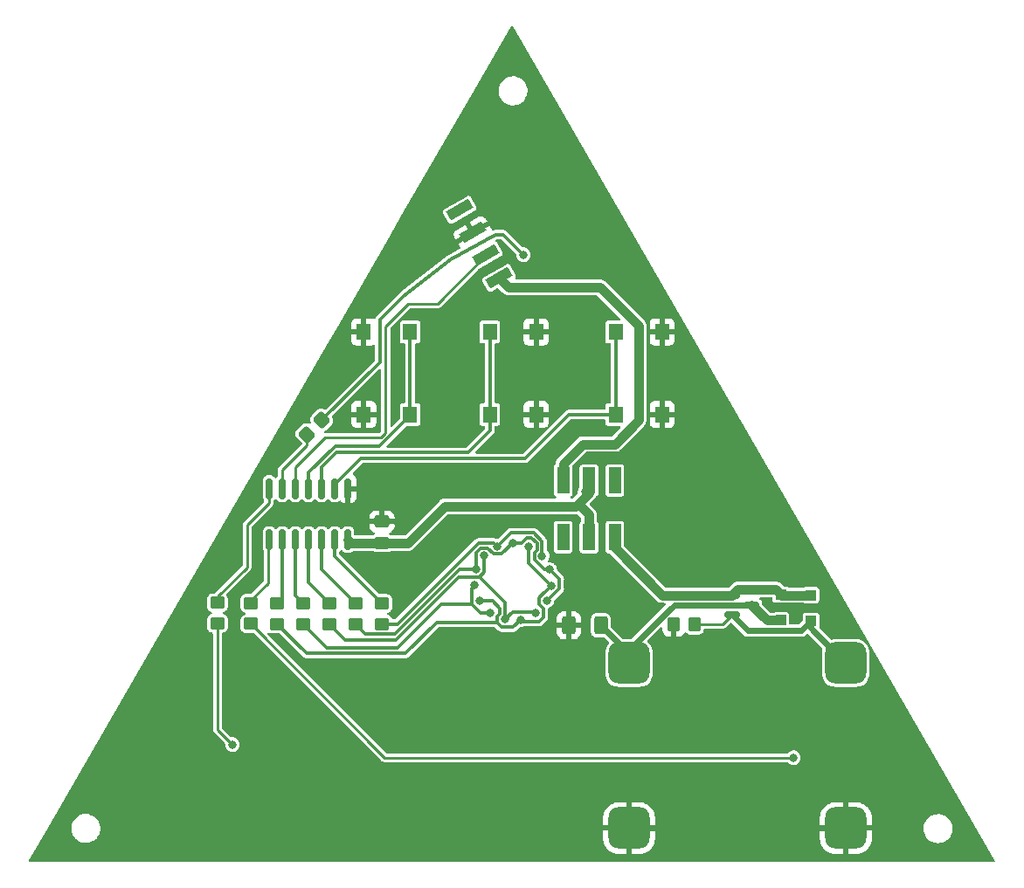
<source format=gbl>
%TF.GenerationSoftware,KiCad,Pcbnew,(6.0.5)*%
%TF.CreationDate,2022-11-29T16:25:59+01:00*%
%TF.ProjectId,sublink,7375626c-696e-46b2-9e6b-696361645f70,rev?*%
%TF.SameCoordinates,Original*%
%TF.FileFunction,Copper,L2,Bot*%
%TF.FilePolarity,Positive*%
%FSLAX46Y46*%
G04 Gerber Fmt 4.6, Leading zero omitted, Abs format (unit mm)*
G04 Created by KiCad (PCBNEW (6.0.5)) date 2022-11-29 16:25:59*
%MOMM*%
%LPD*%
G01*
G04 APERTURE LIST*
G04 Aperture macros list*
%AMRoundRect*
0 Rectangle with rounded corners*
0 $1 Rounding radius*
0 $2 $3 $4 $5 $6 $7 $8 $9 X,Y pos of 4 corners*
0 Add a 4 corners polygon primitive as box body*
4,1,4,$2,$3,$4,$5,$6,$7,$8,$9,$2,$3,0*
0 Add four circle primitives for the rounded corners*
1,1,$1+$1,$2,$3*
1,1,$1+$1,$4,$5*
1,1,$1+$1,$6,$7*
1,1,$1+$1,$8,$9*
0 Add four rect primitives between the rounded corners*
20,1,$1+$1,$2,$3,$4,$5,0*
20,1,$1+$1,$4,$5,$6,$7,0*
20,1,$1+$1,$6,$7,$8,$9,0*
20,1,$1+$1,$8,$9,$2,$3,0*%
%AMRotRect*
0 Rectangle, with rotation*
0 The origin of the aperture is its center*
0 $1 length*
0 $2 width*
0 $3 Rotation angle, in degrees counterclockwise*
0 Add horizontal line*
21,1,$1,$2,0,0,$3*%
G04 Aperture macros list end*
%TA.AperFunction,SMDPad,CuDef*%
%ADD10RoundRect,0.250000X-0.350000X-0.450000X0.350000X-0.450000X0.350000X0.450000X-0.350000X0.450000X0*%
%TD*%
%TA.AperFunction,SMDPad,CuDef*%
%ADD11R,1.400000X1.600000*%
%TD*%
%TA.AperFunction,SMDPad,CuDef*%
%ADD12R,1.000000X1.000000*%
%TD*%
%TA.AperFunction,SMDPad,CuDef*%
%ADD13RoundRect,1.000000X1.000000X-1.000000X1.000000X1.000000X-1.000000X1.000000X-1.000000X-1.000000X0*%
%TD*%
%TA.AperFunction,SMDPad,CuDef*%
%ADD14RotRect,2.500000X1.000000X30.000000*%
%TD*%
%TA.AperFunction,SMDPad,CuDef*%
%ADD15RoundRect,0.250000X0.450000X-0.350000X0.450000X0.350000X-0.450000X0.350000X-0.450000X-0.350000X0*%
%TD*%
%TA.AperFunction,SMDPad,CuDef*%
%ADD16RoundRect,0.250000X0.475000X-0.337500X0.475000X0.337500X-0.475000X0.337500X-0.475000X-0.337500X0*%
%TD*%
%TA.AperFunction,SMDPad,CuDef*%
%ADD17RoundRect,0.250000X0.400000X0.625000X-0.400000X0.625000X-0.400000X-0.625000X0.400000X-0.625000X0*%
%TD*%
%TA.AperFunction,SMDPad,CuDef*%
%ADD18RoundRect,0.250000X-0.450000X0.350000X-0.450000X-0.350000X0.450000X-0.350000X0.450000X0.350000X0*%
%TD*%
%TA.AperFunction,SMDPad,CuDef*%
%ADD19R,1.200000X2.500000*%
%TD*%
%TA.AperFunction,SMDPad,CuDef*%
%ADD20RoundRect,0.250000X0.070711X-0.565685X0.565685X-0.070711X-0.070711X0.565685X-0.565685X0.070711X0*%
%TD*%
%TA.AperFunction,SMDPad,CuDef*%
%ADD21RoundRect,0.150000X-0.587500X-0.150000X0.587500X-0.150000X0.587500X0.150000X-0.587500X0.150000X0*%
%TD*%
%TA.AperFunction,SMDPad,CuDef*%
%ADD22RoundRect,0.150000X0.150000X-0.825000X0.150000X0.825000X-0.150000X0.825000X-0.150000X-0.825000X0*%
%TD*%
%TA.AperFunction,ViaPad*%
%ADD23C,0.800000*%
%TD*%
%TA.AperFunction,Conductor*%
%ADD24C,0.300000*%
%TD*%
%TA.AperFunction,Conductor*%
%ADD25C,0.600000*%
%TD*%
%TA.AperFunction,Conductor*%
%ADD26C,0.900000*%
%TD*%
%TA.AperFunction,Conductor*%
%ADD27C,0.250000*%
%TD*%
G04 APERTURE END LIST*
D10*
X188820000Y-103662000D03*
X190820000Y-103662000D03*
D11*
X175478000Y-83296000D03*
X175478000Y-75296000D03*
X170978000Y-83296000D03*
X170978000Y-75296000D03*
X158770000Y-83296000D03*
X158770000Y-75296000D03*
X163270000Y-83296000D03*
X163270000Y-75296000D03*
D12*
X202100000Y-100822000D03*
X202100000Y-103322000D03*
D13*
X205480000Y-123412000D03*
X205480000Y-107412000D03*
X184480000Y-123412000D03*
X184480000Y-107412000D03*
D14*
X171872210Y-70070057D03*
X170602210Y-67870352D03*
X169332210Y-65670648D03*
X168062210Y-63470943D03*
D15*
X157988000Y-103616000D03*
X157988000Y-101616000D03*
D16*
X160528000Y-95779500D03*
X160528000Y-93704500D03*
D17*
X181740000Y-103742000D03*
X178640000Y-103742000D03*
D18*
X144590000Y-101562000D03*
X144590000Y-103562000D03*
D15*
X160528000Y-103632000D03*
X160528000Y-101632000D03*
D12*
X199200000Y-100772000D03*
X199200000Y-103272000D03*
D19*
X178094000Y-89706000D03*
X180594000Y-89706000D03*
X183094000Y-89706000D03*
X178094000Y-95206000D03*
X180594000Y-95206000D03*
X183094000Y-95206000D03*
D20*
X153275786Y-85246212D03*
X154690000Y-83831998D03*
D15*
X152908000Y-103632000D03*
X152908000Y-101632000D03*
D21*
X194462500Y-102722000D03*
X194462500Y-100822000D03*
X196337500Y-101772000D03*
D18*
X147828000Y-101600000D03*
X147828000Y-103600000D03*
D22*
X157226000Y-95439000D03*
X155956000Y-95439000D03*
X154686000Y-95439000D03*
X153416000Y-95439000D03*
X152146000Y-95439000D03*
X150876000Y-95439000D03*
X149606000Y-95439000D03*
X149606000Y-90489000D03*
X150876000Y-90489000D03*
X152146000Y-90489000D03*
X153416000Y-90489000D03*
X154686000Y-90489000D03*
X155956000Y-90489000D03*
X157226000Y-90489000D03*
D15*
X150368000Y-103632000D03*
X150368000Y-101632000D03*
D11*
X187686000Y-83296000D03*
X187686000Y-75296000D03*
X183186000Y-75296000D03*
X183186000Y-83296000D03*
D15*
X155448000Y-103632000D03*
X155448000Y-101632000D03*
D23*
X175419667Y-102571540D03*
X172449589Y-103183711D03*
X170436294Y-97003292D03*
X171699576Y-96076892D03*
X176052891Y-97042610D03*
X173228787Y-95756211D03*
X176485649Y-101396175D03*
X169675341Y-98299937D03*
X176801891Y-98354265D03*
X169973339Y-101388882D03*
X173959543Y-103198722D03*
X176972537Y-99911499D03*
X174779674Y-96091696D03*
X171015662Y-102552877D03*
X169488434Y-99878032D03*
X177530000Y-109862000D03*
X195000000Y-86922000D03*
X180810000Y-107712000D03*
X162320000Y-101922000D03*
X163610000Y-93742000D03*
X196596000Y-113538000D03*
X173090000Y-110722000D03*
X174244000Y-72898000D03*
X176360000Y-88802000D03*
X183740000Y-103522000D03*
X162160000Y-98022000D03*
X171740000Y-88432000D03*
X184410000Y-99222000D03*
X168270000Y-109602000D03*
X164590000Y-106742000D03*
X167360000Y-89972000D03*
X151240000Y-86872000D03*
X173220000Y-124742000D03*
X149606000Y-112268000D03*
X174244000Y-67818000D03*
X200406000Y-116586000D03*
X146050000Y-115316000D03*
X183280000Y-94532000D03*
X180220000Y-90772000D03*
D24*
X161907338Y-105156000D02*
X156972000Y-105156000D01*
X156972000Y-105156000D02*
X155448000Y-103632000D01*
X172449589Y-103183711D02*
X172449589Y-101534341D01*
X175297338Y-102449211D02*
X175419667Y-102571540D01*
X168003338Y-99060000D02*
X161907338Y-105156000D01*
X172449589Y-101534341D02*
X169975248Y-99060000D01*
X173184089Y-102449211D02*
X175297338Y-102449211D01*
X170436294Y-98598954D02*
X169975248Y-99060000D01*
X169975248Y-99060000D02*
X168003338Y-99060000D01*
X172449589Y-103183711D02*
X173184089Y-102449211D01*
X170436294Y-97003292D02*
X170436294Y-98598954D01*
X162018534Y-103632000D02*
X160528000Y-103632000D01*
X175212904Y-94750489D02*
X173025979Y-94750489D01*
X173025979Y-94750489D02*
X171699576Y-96076892D01*
X176052891Y-95590476D02*
X175212904Y-94750489D01*
X171376954Y-95754270D02*
X169896264Y-95754270D01*
X169896264Y-95754270D02*
X162018534Y-103632000D01*
X171699576Y-96076892D02*
X171376954Y-95754270D01*
X176052891Y-97042610D02*
X176052891Y-95590476D01*
X169686783Y-96692833D02*
X170125835Y-96253781D01*
X169675341Y-97031341D02*
X169672000Y-97028000D01*
X170125835Y-96253781D02*
X170746753Y-96253781D01*
X168056998Y-98299937D02*
X161775415Y-104581520D01*
X176485649Y-101396175D02*
X176547831Y-101396175D01*
X177722048Y-100221958D02*
X177722048Y-99274422D01*
X175553371Y-95797371D02*
X175553371Y-96482160D01*
X176547831Y-101396175D02*
X177722048Y-100221958D01*
X169675341Y-98299937D02*
X168056998Y-98299937D01*
X175303380Y-97353069D02*
X176304576Y-98354265D01*
X174561400Y-95250000D02*
X175006000Y-95250000D01*
X175006000Y-95250000D02*
X175553371Y-95797371D01*
X171319375Y-96826403D02*
X172158595Y-96826403D01*
X177722048Y-99274422D02*
X176801891Y-98354265D01*
X169686783Y-97013217D02*
X169686783Y-96692833D01*
X175303380Y-96732151D02*
X175303380Y-97353069D01*
X173228787Y-95756211D02*
X174055189Y-95756211D01*
X169675341Y-98299937D02*
X169675341Y-97031341D01*
X170746753Y-96253781D02*
X171319375Y-96826403D01*
X175553371Y-96482160D02*
X175303380Y-96732151D01*
X176304576Y-98354265D02*
X176801891Y-98354265D01*
X169672000Y-97028000D02*
X169686783Y-97013217D01*
X174055189Y-95756211D02*
X174561400Y-95250000D01*
X172158595Y-96826403D02*
X173228787Y-95756211D01*
X158953520Y-104581520D02*
X157988000Y-103616000D01*
X161775415Y-104581520D02*
X158953520Y-104581520D01*
X174779674Y-97718636D02*
X176972537Y-99911499D01*
X153208000Y-106472000D02*
X150368000Y-103632000D01*
X176169178Y-102976822D02*
X175768000Y-103378000D01*
X176237372Y-100646664D02*
X176175190Y-100646664D01*
X175736138Y-101085716D02*
X175736138Y-101706634D01*
X171700078Y-102873252D02*
X171700078Y-103494170D01*
X171700078Y-103494170D02*
X172139130Y-103933222D01*
X174138821Y-103378000D02*
X173959543Y-103198722D01*
X171950069Y-102100069D02*
X171950069Y-102623261D01*
X176169178Y-102139674D02*
X176169178Y-102976822D01*
X175768000Y-103378000D02*
X174138821Y-103378000D01*
X173225043Y-103933222D02*
X173959543Y-103198722D01*
X176175190Y-100646664D02*
X175736138Y-101085716D01*
X175736138Y-101706634D02*
X176169178Y-102139674D01*
X172139130Y-103933222D02*
X173225043Y-103933222D01*
X176972537Y-99911499D02*
X176237372Y-100646664D01*
X171950069Y-102623261D02*
X171700078Y-102873252D01*
X165819296Y-103494170D02*
X162841466Y-106472000D01*
X174779674Y-96091696D02*
X174779674Y-97718636D01*
X169973339Y-101388882D02*
X171238882Y-101388882D01*
X171700078Y-103494170D02*
X165819296Y-103494170D01*
X162841466Y-106472000D02*
X153208000Y-106472000D01*
X171238882Y-101388882D02*
X171950069Y-102100069D01*
X155194000Y-105918000D02*
X152908000Y-103632000D01*
X169223828Y-101699341D02*
X170077364Y-102552877D01*
X169223828Y-101699341D02*
X166270659Y-101699341D01*
X169223828Y-100142638D02*
X169223828Y-101699341D01*
X170077364Y-102552877D02*
X171015662Y-102552877D01*
X166270659Y-101699341D02*
X162052000Y-105918000D01*
X162052000Y-105918000D02*
X155194000Y-105918000D01*
X169488434Y-99878032D02*
X169223828Y-100142638D01*
D25*
X205520000Y-123422000D02*
X184520000Y-123422000D01*
D26*
X160528000Y-93704500D02*
X160441500Y-93704500D01*
D24*
X160310000Y-78211998D02*
X160310000Y-74142000D01*
X162640000Y-71812000D02*
X167200000Y-68262000D01*
X160310000Y-74142000D02*
X162640000Y-71812000D01*
X171550000Y-65862000D02*
X172288000Y-65862000D01*
X167200000Y-68262000D02*
X171550000Y-65862000D01*
X154690000Y-83831998D02*
X160310000Y-78211998D01*
X172288000Y-65862000D02*
X174244000Y-67818000D01*
D27*
X147828000Y-103600000D02*
X160814000Y-116586000D01*
X160814000Y-116586000D02*
X200406000Y-116586000D01*
X144590000Y-113856000D02*
X146050000Y-115316000D01*
X144590000Y-103562000D02*
X144590000Y-113856000D01*
D26*
X197837500Y-103272000D02*
X196337500Y-101772000D01*
D25*
X188849340Y-101772000D02*
X184520000Y-106101340D01*
X196337500Y-101772000D02*
X188849340Y-101772000D01*
X184520000Y-106522000D02*
X181740000Y-103742000D01*
D26*
X199200000Y-103272000D02*
X197837500Y-103272000D01*
D25*
X184520000Y-107422000D02*
X184520000Y-106522000D01*
X184520000Y-106101340D02*
X184520000Y-107422000D01*
D26*
X195012500Y-100272000D02*
X194462500Y-100822000D01*
X199250000Y-100822000D02*
X199200000Y-100772000D01*
X198700000Y-100272000D02*
X195012500Y-100272000D01*
X194462500Y-100822000D02*
X187690000Y-100822000D01*
X187690000Y-100822000D02*
X183094000Y-96226000D01*
X199200000Y-100772000D02*
X198700000Y-100272000D01*
X183094000Y-96226000D02*
X183094000Y-95206000D01*
X202100000Y-100822000D02*
X199250000Y-100822000D01*
D25*
X202100000Y-103322000D02*
X201150000Y-104272000D01*
D27*
X190820000Y-103662000D02*
X193522500Y-103662000D01*
X193522500Y-103662000D02*
X194462500Y-102722000D01*
D25*
X196012500Y-104272000D02*
X194462500Y-102722000D01*
X201150000Y-104272000D02*
X196012500Y-104272000D01*
X202100000Y-103322000D02*
X202100000Y-104002000D01*
X202100000Y-104002000D02*
X205520000Y-107422000D01*
D27*
X160900000Y-85072000D02*
X160400000Y-85572000D01*
X163100000Y-72572000D02*
X160900000Y-74772000D01*
X170602210Y-67870352D02*
X165900562Y-72572000D01*
X152146000Y-88426000D02*
X152146000Y-90489000D01*
X160900000Y-74772000D02*
X160900000Y-85072000D01*
X155000000Y-85572000D02*
X152146000Y-88426000D01*
X170602210Y-67870352D02*
X170381648Y-67870352D01*
X165900562Y-72572000D02*
X163100000Y-72572000D01*
X170381648Y-67870352D02*
X170180000Y-68072000D01*
X160400000Y-85572000D02*
X155000000Y-85572000D01*
X153275786Y-86296214D02*
X153275786Y-85246212D01*
X150876000Y-88696000D02*
X153275786Y-86296214D01*
X150876000Y-90489000D02*
X150876000Y-88696000D01*
X147450000Y-94032000D02*
X149606000Y-91876000D01*
X147450000Y-98112000D02*
X147450000Y-94032000D01*
X144590000Y-100972000D02*
X147450000Y-98112000D01*
X149700000Y-90583000D02*
X149606000Y-90489000D01*
X149606000Y-91876000D02*
X149606000Y-90489000D01*
X144590000Y-101562000D02*
X144590000Y-100972000D01*
X149510000Y-99642000D02*
X149510000Y-95535000D01*
X149510000Y-95535000D02*
X149606000Y-95439000D01*
X147828000Y-101324000D02*
X149510000Y-99642000D01*
D24*
X149606000Y-95439000D02*
X149606000Y-96166000D01*
D27*
X147828000Y-101600000D02*
X147828000Y-101324000D01*
D24*
X150876000Y-101124000D02*
X150368000Y-101632000D01*
X150876000Y-95439000D02*
X150876000Y-101124000D01*
X155956000Y-95439000D02*
X155956000Y-97060000D01*
X155956000Y-97060000D02*
X160528000Y-101632000D01*
X154686000Y-98314000D02*
X157988000Y-101616000D01*
X154686000Y-95439000D02*
X154686000Y-98314000D01*
X153416000Y-95439000D02*
X153416000Y-99600000D01*
X153416000Y-99600000D02*
X155448000Y-101632000D01*
X152146000Y-95439000D02*
X152146000Y-100870000D01*
X152146000Y-100870000D02*
X152908000Y-101632000D01*
X155993598Y-86372000D02*
X160294000Y-86372000D01*
X163270000Y-83296000D02*
X163270000Y-75296000D01*
X160294000Y-86372000D02*
X163270000Y-83396000D01*
X153416000Y-90489000D02*
X153416000Y-88949598D01*
X153416000Y-88949598D02*
X155993598Y-86372000D01*
X163270000Y-83396000D02*
X163270000Y-83296000D01*
X168900000Y-86972000D02*
X170978000Y-84894000D01*
X170978000Y-84894000D02*
X170978000Y-75296000D01*
X154686000Y-88386000D02*
X156100000Y-86972000D01*
X154686000Y-90489000D02*
X154686000Y-88386000D01*
X156100000Y-86972000D02*
X168900000Y-86972000D01*
X174409501Y-87562499D02*
X178676000Y-83296000D01*
X155956000Y-90489000D02*
X155956000Y-90076893D01*
X178676000Y-83296000D02*
X183186000Y-83296000D01*
X183186000Y-83296000D02*
X183186000Y-75296000D01*
X158470394Y-87562499D02*
X174409501Y-87562499D01*
X155956000Y-90076893D02*
X158470394Y-87562499D01*
D26*
X160538292Y-95779500D02*
X160545792Y-95772000D01*
X160545792Y-95772000D02*
X163064925Y-95772000D01*
X179554000Y-91972000D02*
X180594000Y-93012000D01*
X160528000Y-95779500D02*
X157566500Y-95779500D01*
X180594000Y-93012000D02*
X180594000Y-95206000D01*
X179319075Y-92206925D02*
X179554000Y-91972000D01*
X163064925Y-95772000D02*
X166630000Y-92206925D01*
X160528000Y-95779500D02*
X160538292Y-95779500D01*
X180594000Y-90932000D02*
X180594000Y-89706000D01*
X157566500Y-95779500D02*
X157226000Y-95439000D01*
X179554000Y-91972000D02*
X180594000Y-90932000D01*
X166630000Y-92206925D02*
X179319075Y-92206925D01*
X171872210Y-70070057D02*
X172774153Y-70972000D01*
X181662000Y-70972000D02*
X185400000Y-74710000D01*
X178094000Y-88098000D02*
X178094000Y-89706000D01*
X185400000Y-74710000D02*
X185400000Y-83882000D01*
X172774153Y-70972000D02*
X181662000Y-70972000D01*
X180020000Y-86172000D02*
X178094000Y-88098000D01*
X183110000Y-86172000D02*
X180020000Y-86172000D01*
X185400000Y-83882000D02*
X183110000Y-86172000D01*
%TA.AperFunction,Conductor*%
G36*
X173209190Y-45657686D02*
G01*
X173240421Y-45693729D01*
X195983239Y-85085455D01*
X219201598Y-125300843D01*
X219912998Y-126533025D01*
X219929736Y-126602020D01*
X219906516Y-126669112D01*
X219850708Y-126712999D01*
X219803879Y-126722025D01*
X126458722Y-126722025D01*
X126390601Y-126702023D01*
X126344108Y-126648367D01*
X126334004Y-126578093D01*
X126349603Y-126533025D01*
X126740024Y-125856797D01*
X128178208Y-123365789D01*
X130425996Y-123365789D01*
X130434913Y-123603295D01*
X130483719Y-123835904D01*
X130485677Y-123840863D01*
X130485678Y-123840865D01*
X130544894Y-123990807D01*
X130571020Y-124056963D01*
X130573787Y-124061522D01*
X130573788Y-124061525D01*
X130589224Y-124086963D01*
X130694319Y-124260153D01*
X130697816Y-124264183D01*
X130813098Y-124397034D01*
X130850090Y-124439664D01*
X130854216Y-124443047D01*
X130854220Y-124443051D01*
X130897060Y-124478177D01*
X131033880Y-124590362D01*
X131038516Y-124593001D01*
X131038519Y-124593003D01*
X131086582Y-124620362D01*
X131240433Y-124707939D01*
X131463844Y-124789034D01*
X131469092Y-124789983D01*
X131693641Y-124830588D01*
X131693648Y-124830589D01*
X131697725Y-124831326D01*
X131715991Y-124832187D01*
X131721131Y-124832430D01*
X131721138Y-124832430D01*
X131722619Y-124832500D01*
X131889680Y-124832500D01*
X131972026Y-124825513D01*
X132061512Y-124817920D01*
X132061516Y-124817919D01*
X132066823Y-124817469D01*
X132071978Y-124816131D01*
X132071984Y-124816130D01*
X132291703Y-124759102D01*
X132291702Y-124759102D01*
X132296874Y-124757760D01*
X132442117Y-124692333D01*
X132508715Y-124662333D01*
X132508718Y-124662332D01*
X132513576Y-124660143D01*
X132710732Y-124527409D01*
X132762341Y-124478177D01*
X181972000Y-124478177D01*
X181972161Y-124482690D01*
X181982220Y-124623016D01*
X181983622Y-124632448D01*
X182035203Y-124859488D01*
X182038219Y-124869112D01*
X182125332Y-125084723D01*
X182129852Y-125093749D01*
X182250312Y-125292652D01*
X182256220Y-125300843D01*
X182406940Y-125477939D01*
X182414061Y-125485060D01*
X182591157Y-125635780D01*
X182599348Y-125641688D01*
X182798251Y-125762148D01*
X182807277Y-125766668D01*
X183022888Y-125853781D01*
X183032512Y-125856797D01*
X183259552Y-125908378D01*
X183268984Y-125909780D01*
X183409310Y-125919839D01*
X183413823Y-125920000D01*
X184207885Y-125920000D01*
X184223124Y-125915525D01*
X184224329Y-125914135D01*
X184226000Y-125906452D01*
X184226000Y-125901885D01*
X184734000Y-125901885D01*
X184738475Y-125917124D01*
X184739865Y-125918329D01*
X184747548Y-125920000D01*
X185546177Y-125920000D01*
X185550690Y-125919839D01*
X185691016Y-125909780D01*
X185700448Y-125908378D01*
X185927488Y-125856797D01*
X185937112Y-125853781D01*
X186152723Y-125766668D01*
X186161749Y-125762148D01*
X186360652Y-125641688D01*
X186368843Y-125635780D01*
X186545939Y-125485060D01*
X186553060Y-125477939D01*
X186703780Y-125300843D01*
X186709688Y-125292652D01*
X186830148Y-125093749D01*
X186834668Y-125084723D01*
X186921781Y-124869112D01*
X186924797Y-124859488D01*
X186976378Y-124632448D01*
X186977780Y-124623016D01*
X186987839Y-124482690D01*
X186988000Y-124478177D01*
X202972000Y-124478177D01*
X202972161Y-124482690D01*
X202982220Y-124623016D01*
X202983622Y-124632448D01*
X203035203Y-124859488D01*
X203038219Y-124869112D01*
X203125332Y-125084723D01*
X203129852Y-125093749D01*
X203250312Y-125292652D01*
X203256220Y-125300843D01*
X203406940Y-125477939D01*
X203414061Y-125485060D01*
X203591157Y-125635780D01*
X203599348Y-125641688D01*
X203798251Y-125762148D01*
X203807277Y-125766668D01*
X204022888Y-125853781D01*
X204032512Y-125856797D01*
X204259552Y-125908378D01*
X204268984Y-125909780D01*
X204409310Y-125919839D01*
X204413823Y-125920000D01*
X205207885Y-125920000D01*
X205223124Y-125915525D01*
X205224329Y-125914135D01*
X205226000Y-125906452D01*
X205226000Y-125901885D01*
X205734000Y-125901885D01*
X205738475Y-125917124D01*
X205739865Y-125918329D01*
X205747548Y-125920000D01*
X206546177Y-125920000D01*
X206550690Y-125919839D01*
X206691016Y-125909780D01*
X206700448Y-125908378D01*
X206927488Y-125856797D01*
X206937112Y-125853781D01*
X207152723Y-125766668D01*
X207161749Y-125762148D01*
X207360652Y-125641688D01*
X207368843Y-125635780D01*
X207545939Y-125485060D01*
X207553060Y-125477939D01*
X207703780Y-125300843D01*
X207709688Y-125292652D01*
X207830148Y-125093749D01*
X207834668Y-125084723D01*
X207921781Y-124869112D01*
X207924797Y-124859488D01*
X207976378Y-124632448D01*
X207977780Y-124623016D01*
X207987839Y-124482690D01*
X207988000Y-124478177D01*
X207988000Y-123684115D01*
X207983525Y-123668876D01*
X207982135Y-123667671D01*
X207974452Y-123666000D01*
X205752115Y-123666000D01*
X205736876Y-123670475D01*
X205735671Y-123671865D01*
X205734000Y-123679548D01*
X205734000Y-125901885D01*
X205226000Y-125901885D01*
X205226000Y-123684115D01*
X205221525Y-123668876D01*
X205220135Y-123667671D01*
X205212452Y-123666000D01*
X202990115Y-123666000D01*
X202974876Y-123670475D01*
X202973671Y-123671865D01*
X202972000Y-123679548D01*
X202972000Y-124478177D01*
X186988000Y-124478177D01*
X186988000Y-123684115D01*
X186983525Y-123668876D01*
X186982135Y-123667671D01*
X186974452Y-123666000D01*
X184752115Y-123666000D01*
X184736876Y-123670475D01*
X184735671Y-123671865D01*
X184734000Y-123679548D01*
X184734000Y-125901885D01*
X184226000Y-125901885D01*
X184226000Y-123684115D01*
X184221525Y-123668876D01*
X184220135Y-123667671D01*
X184212452Y-123666000D01*
X181990115Y-123666000D01*
X181974876Y-123670475D01*
X181973671Y-123671865D01*
X181972000Y-123679548D01*
X181972000Y-124478177D01*
X132762341Y-124478177D01*
X132799162Y-124443051D01*
X132882705Y-124363355D01*
X133024579Y-124172670D01*
X133132295Y-123960807D01*
X133171079Y-123835904D01*
X133201193Y-123738919D01*
X133202775Y-123733824D01*
X133215408Y-123638513D01*
X133233304Y-123503494D01*
X133233304Y-123503491D01*
X133234004Y-123498211D01*
X133230159Y-123395789D01*
X213015996Y-123395789D01*
X213024913Y-123633295D01*
X213073719Y-123865904D01*
X213075677Y-123870863D01*
X213075678Y-123870865D01*
X213147212Y-124051998D01*
X213161020Y-124086963D01*
X213284319Y-124290153D01*
X213287816Y-124294183D01*
X213416997Y-124443051D01*
X213440090Y-124469664D01*
X213444216Y-124473047D01*
X213444220Y-124473051D01*
X213542614Y-124553728D01*
X213623880Y-124620362D01*
X213628516Y-124623001D01*
X213628519Y-124623003D01*
X213628542Y-124623016D01*
X213830433Y-124737939D01*
X214053844Y-124819034D01*
X214059092Y-124819983D01*
X214283641Y-124860588D01*
X214283648Y-124860589D01*
X214287725Y-124861326D01*
X214305991Y-124862187D01*
X214311131Y-124862430D01*
X214311138Y-124862430D01*
X214312619Y-124862500D01*
X214479680Y-124862500D01*
X214562026Y-124855513D01*
X214651512Y-124847920D01*
X214651516Y-124847919D01*
X214656823Y-124847469D01*
X214661978Y-124846131D01*
X214661984Y-124846130D01*
X214881703Y-124789102D01*
X214881702Y-124789102D01*
X214886874Y-124787760D01*
X215060037Y-124709756D01*
X215098715Y-124692333D01*
X215098718Y-124692332D01*
X215103576Y-124690143D01*
X215300732Y-124557409D01*
X215472705Y-124393355D01*
X215614579Y-124202670D01*
X215722295Y-123990807D01*
X215761079Y-123865904D01*
X215791193Y-123768919D01*
X215792775Y-123763824D01*
X215805360Y-123668876D01*
X215823304Y-123533494D01*
X215823304Y-123533491D01*
X215824004Y-123528211D01*
X215815087Y-123290705D01*
X215766281Y-123058096D01*
X215764322Y-123053135D01*
X215680941Y-122842002D01*
X215680940Y-122842000D01*
X215678980Y-122837037D01*
X215663789Y-122812002D01*
X215558448Y-122638407D01*
X215555681Y-122633847D01*
X215533605Y-122608407D01*
X215403410Y-122458369D01*
X215403408Y-122458367D01*
X215399910Y-122454336D01*
X215395784Y-122450953D01*
X215395780Y-122450949D01*
X215262064Y-122341310D01*
X215216120Y-122303638D01*
X215211484Y-122300999D01*
X215211481Y-122300997D01*
X215040830Y-122203857D01*
X215009567Y-122186061D01*
X214786156Y-122104966D01*
X214780908Y-122104017D01*
X214556359Y-122063412D01*
X214556352Y-122063411D01*
X214552275Y-122062674D01*
X214534009Y-122061813D01*
X214528869Y-122061570D01*
X214528862Y-122061570D01*
X214527381Y-122061500D01*
X214360320Y-122061500D01*
X214277974Y-122068487D01*
X214188488Y-122076080D01*
X214188484Y-122076081D01*
X214183177Y-122076531D01*
X214178022Y-122077869D01*
X214178016Y-122077870D01*
X213998444Y-122124478D01*
X213953126Y-122136240D01*
X213913159Y-122154244D01*
X213741285Y-122231667D01*
X213741282Y-122231668D01*
X213736424Y-122233857D01*
X213539268Y-122366591D01*
X213367295Y-122530645D01*
X213225421Y-122721330D01*
X213117705Y-122933193D01*
X213116124Y-122938284D01*
X213116123Y-122938287D01*
X213052107Y-123144452D01*
X213047225Y-123160176D01*
X213046524Y-123165465D01*
X213020673Y-123360506D01*
X213015996Y-123395789D01*
X133230159Y-123395789D01*
X133225087Y-123260705D01*
X133199737Y-123139885D01*
X181972000Y-123139885D01*
X181976475Y-123155124D01*
X181977865Y-123156329D01*
X181985548Y-123158000D01*
X184207885Y-123158000D01*
X184223124Y-123153525D01*
X184224329Y-123152135D01*
X184226000Y-123144452D01*
X184226000Y-123139885D01*
X184734000Y-123139885D01*
X184738475Y-123155124D01*
X184739865Y-123156329D01*
X184747548Y-123158000D01*
X186969885Y-123158000D01*
X186985124Y-123153525D01*
X186986329Y-123152135D01*
X186988000Y-123144452D01*
X186988000Y-123139885D01*
X202972000Y-123139885D01*
X202976475Y-123155124D01*
X202977865Y-123156329D01*
X202985548Y-123158000D01*
X205207885Y-123158000D01*
X205223124Y-123153525D01*
X205224329Y-123152135D01*
X205226000Y-123144452D01*
X205226000Y-123139885D01*
X205734000Y-123139885D01*
X205738475Y-123155124D01*
X205739865Y-123156329D01*
X205747548Y-123158000D01*
X207969885Y-123158000D01*
X207985124Y-123153525D01*
X207986329Y-123152135D01*
X207988000Y-123144452D01*
X207988000Y-122345823D01*
X207987839Y-122341310D01*
X207977780Y-122200984D01*
X207976378Y-122191552D01*
X207924797Y-121964512D01*
X207921781Y-121954888D01*
X207834668Y-121739277D01*
X207830148Y-121730251D01*
X207709688Y-121531348D01*
X207703780Y-121523157D01*
X207553060Y-121346061D01*
X207545939Y-121338940D01*
X207368843Y-121188220D01*
X207360652Y-121182312D01*
X207161749Y-121061852D01*
X207152723Y-121057332D01*
X206937112Y-120970219D01*
X206927488Y-120967203D01*
X206700448Y-120915622D01*
X206691016Y-120914220D01*
X206550690Y-120904161D01*
X206546177Y-120904000D01*
X205752115Y-120904000D01*
X205736876Y-120908475D01*
X205735671Y-120909865D01*
X205734000Y-120917548D01*
X205734000Y-123139885D01*
X205226000Y-123139885D01*
X205226000Y-120922115D01*
X205221525Y-120906876D01*
X205220135Y-120905671D01*
X205212452Y-120904000D01*
X204413823Y-120904000D01*
X204409310Y-120904161D01*
X204268984Y-120914220D01*
X204259552Y-120915622D01*
X204032512Y-120967203D01*
X204022888Y-120970219D01*
X203807277Y-121057332D01*
X203798251Y-121061852D01*
X203599348Y-121182312D01*
X203591157Y-121188220D01*
X203414061Y-121338940D01*
X203406940Y-121346061D01*
X203256220Y-121523157D01*
X203250312Y-121531348D01*
X203129852Y-121730251D01*
X203125332Y-121739277D01*
X203038219Y-121954888D01*
X203035203Y-121964512D01*
X202983622Y-122191552D01*
X202982220Y-122200984D01*
X202972161Y-122341310D01*
X202972000Y-122345823D01*
X202972000Y-123139885D01*
X186988000Y-123139885D01*
X186988000Y-122345823D01*
X186987839Y-122341310D01*
X186977780Y-122200984D01*
X186976378Y-122191552D01*
X186924797Y-121964512D01*
X186921781Y-121954888D01*
X186834668Y-121739277D01*
X186830148Y-121730251D01*
X186709688Y-121531348D01*
X186703780Y-121523157D01*
X186553060Y-121346061D01*
X186545939Y-121338940D01*
X186368843Y-121188220D01*
X186360652Y-121182312D01*
X186161749Y-121061852D01*
X186152723Y-121057332D01*
X185937112Y-120970219D01*
X185927488Y-120967203D01*
X185700448Y-120915622D01*
X185691016Y-120914220D01*
X185550690Y-120904161D01*
X185546177Y-120904000D01*
X184752115Y-120904000D01*
X184736876Y-120908475D01*
X184735671Y-120909865D01*
X184734000Y-120917548D01*
X184734000Y-123139885D01*
X184226000Y-123139885D01*
X184226000Y-120922115D01*
X184221525Y-120906876D01*
X184220135Y-120905671D01*
X184212452Y-120904000D01*
X183413823Y-120904000D01*
X183409310Y-120904161D01*
X183268984Y-120914220D01*
X183259552Y-120915622D01*
X183032512Y-120967203D01*
X183022888Y-120970219D01*
X182807277Y-121057332D01*
X182798251Y-121061852D01*
X182599348Y-121182312D01*
X182591157Y-121188220D01*
X182414061Y-121338940D01*
X182406940Y-121346061D01*
X182256220Y-121523157D01*
X182250312Y-121531348D01*
X182129852Y-121730251D01*
X182125332Y-121739277D01*
X182038219Y-121954888D01*
X182035203Y-121964512D01*
X181983622Y-122191552D01*
X181982220Y-122200984D01*
X181972161Y-122341310D01*
X181972000Y-122345823D01*
X181972000Y-123139885D01*
X133199737Y-123139885D01*
X133176281Y-123028096D01*
X133174322Y-123023135D01*
X133090941Y-122812002D01*
X133090940Y-122812000D01*
X133088980Y-122807037D01*
X132965681Y-122603847D01*
X132902160Y-122530645D01*
X132813410Y-122428369D01*
X132813408Y-122428367D01*
X132809910Y-122424336D01*
X132805784Y-122420953D01*
X132805780Y-122420949D01*
X132630248Y-122277023D01*
X132626120Y-122273638D01*
X132621484Y-122270999D01*
X132621481Y-122270997D01*
X132498485Y-122200984D01*
X132419567Y-122156061D01*
X132196156Y-122074966D01*
X132132261Y-122063412D01*
X131966359Y-122033412D01*
X131966352Y-122033411D01*
X131962275Y-122032674D01*
X131944009Y-122031813D01*
X131938869Y-122031570D01*
X131938862Y-122031570D01*
X131937381Y-122031500D01*
X131770320Y-122031500D01*
X131687974Y-122038487D01*
X131598488Y-122046080D01*
X131598484Y-122046081D01*
X131593177Y-122046531D01*
X131588022Y-122047869D01*
X131588016Y-122047870D01*
X131408444Y-122094478D01*
X131363126Y-122106240D01*
X131291658Y-122138434D01*
X131151285Y-122201667D01*
X131151282Y-122201668D01*
X131146424Y-122203857D01*
X130949268Y-122336591D01*
X130777295Y-122500645D01*
X130635421Y-122691330D01*
X130527705Y-122903193D01*
X130526124Y-122908284D01*
X130526123Y-122908287D01*
X130487301Y-123033315D01*
X130457225Y-123130176D01*
X130456524Y-123135465D01*
X130436640Y-123285487D01*
X130425996Y-123365789D01*
X128178208Y-123365789D01*
X139385161Y-103954772D01*
X143589500Y-103954772D01*
X143600364Y-104044547D01*
X143603344Y-104052075D01*
X143603345Y-104052077D01*
X143615409Y-104082547D01*
X143655887Y-104184783D01*
X143747078Y-104304922D01*
X143867217Y-104396113D01*
X143928969Y-104420562D01*
X143999923Y-104448655D01*
X143999925Y-104448656D01*
X144007453Y-104451636D01*
X144037805Y-104455309D01*
X144053638Y-104457225D01*
X144118862Y-104485266D01*
X144158572Y-104544118D01*
X144164500Y-104582312D01*
X144164500Y-113923393D01*
X144171914Y-113946210D01*
X144176528Y-113965429D01*
X144180281Y-113989126D01*
X144184784Y-113997963D01*
X144184784Y-113997964D01*
X144191172Y-114010502D01*
X144198736Y-114028763D01*
X144203085Y-114042147D01*
X144203087Y-114042150D01*
X144206151Y-114051581D01*
X144211980Y-114059604D01*
X144220253Y-114070991D01*
X144230577Y-114087837D01*
X144241472Y-114109220D01*
X145311680Y-115179428D01*
X145345706Y-115241740D01*
X145347507Y-115284967D01*
X145344394Y-115308611D01*
X145362999Y-115477135D01*
X145421266Y-115636356D01*
X145425502Y-115642659D01*
X145425502Y-115642660D01*
X145438574Y-115662113D01*
X145515830Y-115777083D01*
X145521442Y-115782190D01*
X145521445Y-115782193D01*
X145635612Y-115886077D01*
X145635616Y-115886080D01*
X145641233Y-115891191D01*
X145647906Y-115894814D01*
X145647910Y-115894817D01*
X145783558Y-115968467D01*
X145783560Y-115968468D01*
X145790235Y-115972092D01*
X145797584Y-115974020D01*
X145946883Y-116013188D01*
X145946885Y-116013188D01*
X145954233Y-116015116D01*
X146040609Y-116016473D01*
X146116161Y-116017660D01*
X146116164Y-116017660D01*
X146123760Y-116017779D01*
X146131165Y-116016083D01*
X146131166Y-116016083D01*
X146206226Y-115998892D01*
X146289029Y-115979928D01*
X146440498Y-115903747D01*
X146569423Y-115793634D01*
X146668361Y-115655947D01*
X146676237Y-115636356D01*
X146728766Y-115505687D01*
X146728767Y-115505685D01*
X146731601Y-115498634D01*
X146755490Y-115330778D01*
X146755645Y-115316000D01*
X146735276Y-115147680D01*
X146675345Y-114989077D01*
X146579312Y-114849349D01*
X146573641Y-114844296D01*
X146458392Y-114741612D01*
X146458388Y-114741610D01*
X146452721Y-114736560D01*
X146302881Y-114657224D01*
X146138441Y-114615919D01*
X146130843Y-114615879D01*
X146130841Y-114615879D01*
X146033216Y-114615368D01*
X146002487Y-114615207D01*
X145934472Y-114594849D01*
X145914052Y-114578304D01*
X145052405Y-113716657D01*
X145018379Y-113654345D01*
X145015500Y-113627562D01*
X145015500Y-104582312D01*
X145035502Y-104514191D01*
X145089158Y-104467698D01*
X145126362Y-104457225D01*
X145142195Y-104455309D01*
X145172547Y-104451636D01*
X145180075Y-104448656D01*
X145180077Y-104448655D01*
X145251031Y-104420562D01*
X145312783Y-104396113D01*
X145432922Y-104304922D01*
X145524113Y-104184783D01*
X145564591Y-104082547D01*
X145576655Y-104052077D01*
X145576656Y-104052075D01*
X145579636Y-104044547D01*
X145590500Y-103954772D01*
X145590500Y-103169228D01*
X145579636Y-103079453D01*
X145573296Y-103063438D01*
X145545207Y-102992494D01*
X145524113Y-102939217D01*
X145432922Y-102819078D01*
X145312783Y-102727887D01*
X145189690Y-102679151D01*
X145133718Y-102635478D01*
X145110241Y-102568475D01*
X145126717Y-102499416D01*
X145177912Y-102450227D01*
X145189687Y-102444850D01*
X145312783Y-102396113D01*
X145432922Y-102304922D01*
X145524113Y-102184783D01*
X145565319Y-102080708D01*
X145576655Y-102052077D01*
X145576656Y-102052075D01*
X145579636Y-102044547D01*
X145590500Y-101954772D01*
X145590500Y-101169228D01*
X145579636Y-101079453D01*
X145573716Y-101064499D01*
X145548316Y-101000347D01*
X145524113Y-100939217D01*
X145474232Y-100873502D01*
X145461296Y-100856459D01*
X145436043Y-100790105D01*
X145450671Y-100720632D01*
X145472564Y-100691184D01*
X147798528Y-98365220D01*
X147809419Y-98343844D01*
X147819749Y-98326989D01*
X147828021Y-98315604D01*
X147828021Y-98315603D01*
X147833850Y-98307581D01*
X147841264Y-98284763D01*
X147848827Y-98266502D01*
X147859719Y-98245126D01*
X147861270Y-98235335D01*
X147861272Y-98235328D01*
X147863473Y-98221431D01*
X147868087Y-98202212D01*
X147872436Y-98188827D01*
X147872437Y-98188820D01*
X147875500Y-98179393D01*
X147875500Y-94260438D01*
X147895502Y-94192317D01*
X147912405Y-94171343D01*
X148651363Y-93432385D01*
X159295000Y-93432385D01*
X159299475Y-93447624D01*
X159300865Y-93448829D01*
X159308548Y-93450500D01*
X160255885Y-93450500D01*
X160271124Y-93446025D01*
X160272329Y-93444635D01*
X160274000Y-93436952D01*
X160274000Y-93432385D01*
X160782000Y-93432385D01*
X160786475Y-93447624D01*
X160787865Y-93448829D01*
X160795548Y-93450500D01*
X161742884Y-93450500D01*
X161758123Y-93446025D01*
X161759328Y-93444635D01*
X161760999Y-93436952D01*
X161760999Y-93319905D01*
X161760662Y-93313386D01*
X161750743Y-93217794D01*
X161747851Y-93204400D01*
X161696412Y-93050216D01*
X161690239Y-93037038D01*
X161604937Y-92899193D01*
X161595901Y-92887792D01*
X161481171Y-92773261D01*
X161469760Y-92764249D01*
X161331757Y-92679184D01*
X161318576Y-92673037D01*
X161164290Y-92621862D01*
X161150914Y-92618995D01*
X161056562Y-92609328D01*
X161050145Y-92609000D01*
X160800115Y-92609000D01*
X160784876Y-92613475D01*
X160783671Y-92614865D01*
X160782000Y-92622548D01*
X160782000Y-93432385D01*
X160274000Y-93432385D01*
X160274000Y-92627116D01*
X160269525Y-92611877D01*
X160268135Y-92610672D01*
X160260452Y-92609001D01*
X160005905Y-92609001D01*
X159999386Y-92609338D01*
X159903794Y-92619257D01*
X159890400Y-92622149D01*
X159736216Y-92673588D01*
X159723038Y-92679761D01*
X159585193Y-92765063D01*
X159573792Y-92774099D01*
X159459261Y-92888829D01*
X159450249Y-92900240D01*
X159365184Y-93038243D01*
X159359037Y-93051424D01*
X159307862Y-93205710D01*
X159304995Y-93219086D01*
X159295328Y-93313438D01*
X159295000Y-93319855D01*
X159295000Y-93432385D01*
X148651363Y-93432385D01*
X149954528Y-92129220D01*
X149965423Y-92107837D01*
X149975747Y-92090991D01*
X149984020Y-92079604D01*
X149989849Y-92071581D01*
X149992913Y-92062150D01*
X149992915Y-92062147D01*
X149997264Y-92048763D01*
X150004828Y-92030502D01*
X150011216Y-92017964D01*
X150011216Y-92017963D01*
X150015719Y-92009126D01*
X150019472Y-91985429D01*
X150024086Y-91966210D01*
X150031500Y-91943393D01*
X150031500Y-91733011D01*
X150051502Y-91664890D01*
X150068405Y-91643916D01*
X150070579Y-91641742D01*
X150078150Y-91636150D01*
X150083742Y-91628579D01*
X150083745Y-91628576D01*
X150139649Y-91552888D01*
X150196210Y-91509977D01*
X150266992Y-91504457D01*
X150329521Y-91538081D01*
X150342351Y-91552888D01*
X150398255Y-91628576D01*
X150398258Y-91628579D01*
X150403850Y-91636150D01*
X150411421Y-91641742D01*
X150505243Y-91711041D01*
X150505246Y-91711042D01*
X150512816Y-91716634D01*
X150640631Y-91761519D01*
X150648277Y-91762242D01*
X150648278Y-91762242D01*
X150654248Y-91762806D01*
X150672166Y-91764500D01*
X151079834Y-91764500D01*
X151097752Y-91762806D01*
X151103722Y-91762242D01*
X151103723Y-91762242D01*
X151111369Y-91761519D01*
X151239184Y-91716634D01*
X151246754Y-91711042D01*
X151246757Y-91711041D01*
X151340579Y-91641742D01*
X151348150Y-91636150D01*
X151353742Y-91628579D01*
X151353745Y-91628576D01*
X151409649Y-91552888D01*
X151466210Y-91509977D01*
X151536992Y-91504457D01*
X151599521Y-91538081D01*
X151612351Y-91552888D01*
X151668255Y-91628576D01*
X151668258Y-91628579D01*
X151673850Y-91636150D01*
X151681421Y-91641742D01*
X151775243Y-91711041D01*
X151775246Y-91711042D01*
X151782816Y-91716634D01*
X151910631Y-91761519D01*
X151918277Y-91762242D01*
X151918278Y-91762242D01*
X151924248Y-91762806D01*
X151942166Y-91764500D01*
X152349834Y-91764500D01*
X152367752Y-91762806D01*
X152373722Y-91762242D01*
X152373723Y-91762242D01*
X152381369Y-91761519D01*
X152509184Y-91716634D01*
X152516754Y-91711042D01*
X152516757Y-91711041D01*
X152610579Y-91641742D01*
X152618150Y-91636150D01*
X152623742Y-91628579D01*
X152623745Y-91628576D01*
X152679649Y-91552888D01*
X152736210Y-91509977D01*
X152806992Y-91504457D01*
X152869521Y-91538081D01*
X152882351Y-91552888D01*
X152938255Y-91628576D01*
X152938258Y-91628579D01*
X152943850Y-91636150D01*
X152951421Y-91641742D01*
X153045243Y-91711041D01*
X153045246Y-91711042D01*
X153052816Y-91716634D01*
X153180631Y-91761519D01*
X153188277Y-91762242D01*
X153188278Y-91762242D01*
X153194248Y-91762806D01*
X153212166Y-91764500D01*
X153619834Y-91764500D01*
X153637752Y-91762806D01*
X153643722Y-91762242D01*
X153643723Y-91762242D01*
X153651369Y-91761519D01*
X153779184Y-91716634D01*
X153786754Y-91711042D01*
X153786757Y-91711041D01*
X153880579Y-91641742D01*
X153888150Y-91636150D01*
X153893742Y-91628579D01*
X153893745Y-91628576D01*
X153949649Y-91552888D01*
X154006210Y-91509977D01*
X154076992Y-91504457D01*
X154139521Y-91538081D01*
X154152351Y-91552888D01*
X154208255Y-91628576D01*
X154208258Y-91628579D01*
X154213850Y-91636150D01*
X154221421Y-91641742D01*
X154315243Y-91711041D01*
X154315246Y-91711042D01*
X154322816Y-91716634D01*
X154450631Y-91761519D01*
X154458277Y-91762242D01*
X154458278Y-91762242D01*
X154464248Y-91762806D01*
X154482166Y-91764500D01*
X154889834Y-91764500D01*
X154907752Y-91762806D01*
X154913722Y-91762242D01*
X154913723Y-91762242D01*
X154921369Y-91761519D01*
X155049184Y-91716634D01*
X155056754Y-91711042D01*
X155056757Y-91711041D01*
X155150579Y-91641742D01*
X155158150Y-91636150D01*
X155163742Y-91628579D01*
X155163745Y-91628576D01*
X155219649Y-91552888D01*
X155276210Y-91509977D01*
X155346992Y-91504457D01*
X155409521Y-91538081D01*
X155422351Y-91552888D01*
X155478255Y-91628576D01*
X155478258Y-91628579D01*
X155483850Y-91636150D01*
X155491421Y-91641742D01*
X155585243Y-91711041D01*
X155585246Y-91711042D01*
X155592816Y-91716634D01*
X155720631Y-91761519D01*
X155728277Y-91762242D01*
X155728278Y-91762242D01*
X155734248Y-91762806D01*
X155752166Y-91764500D01*
X156159834Y-91764500D01*
X156177752Y-91762806D01*
X156183722Y-91762242D01*
X156183723Y-91762242D01*
X156191369Y-91761519D01*
X156319184Y-91716634D01*
X156326754Y-91711042D01*
X156326757Y-91711041D01*
X156367324Y-91681077D01*
X156434003Y-91656694D01*
X156503278Y-91672231D01*
X156541050Y-91708958D01*
X156543048Y-91707408D01*
X156557551Y-91726104D01*
X156663896Y-91832449D01*
X156676322Y-91842089D01*
X156805779Y-91918648D01*
X156820210Y-91924893D01*
X156954605Y-91963939D01*
X156968706Y-91963899D01*
X156972000Y-91956630D01*
X156972000Y-91950878D01*
X157480000Y-91950878D01*
X157483973Y-91964409D01*
X157491871Y-91965544D01*
X157631790Y-91924893D01*
X157646221Y-91918648D01*
X157775678Y-91842089D01*
X157788104Y-91832449D01*
X157894449Y-91726104D01*
X157904089Y-91713678D01*
X157980648Y-91584221D01*
X157986893Y-91569790D01*
X158029269Y-91423935D01*
X158031570Y-91411333D01*
X158033807Y-91382916D01*
X158034000Y-91377986D01*
X158034000Y-90761115D01*
X158029525Y-90745876D01*
X158028135Y-90744671D01*
X158020452Y-90743000D01*
X157498115Y-90743000D01*
X157482876Y-90747475D01*
X157481671Y-90748865D01*
X157480000Y-90756548D01*
X157480000Y-91950878D01*
X156972000Y-91950878D01*
X156972000Y-90361000D01*
X156992002Y-90292879D01*
X157045658Y-90246386D01*
X157098000Y-90235000D01*
X158015884Y-90235000D01*
X158031123Y-90230525D01*
X158032328Y-90229135D01*
X158033999Y-90221452D01*
X158033999Y-89600017D01*
X158033805Y-89595080D01*
X158031570Y-89566664D01*
X158029270Y-89554069D01*
X157986893Y-89408210D01*
X157980648Y-89393779D01*
X157904089Y-89264322D01*
X157894449Y-89251896D01*
X157788104Y-89145551D01*
X157775678Y-89135911D01*
X157763683Y-89128818D01*
X157715231Y-89076925D01*
X157702525Y-89007075D01*
X157729600Y-88941444D01*
X157738727Y-88931269D01*
X158620092Y-88049904D01*
X158682404Y-88015878D01*
X158709187Y-88012999D01*
X174375281Y-88012999D01*
X174390090Y-88013872D01*
X174423811Y-88017863D01*
X174433075Y-88016171D01*
X174433076Y-88016171D01*
X174481502Y-88007327D01*
X174485405Y-88006677D01*
X174534146Y-87999349D01*
X174534147Y-87999349D01*
X174543463Y-87997948D01*
X174549976Y-87994820D01*
X174557074Y-87993524D01*
X174609148Y-87966474D01*
X174612638Y-87964731D01*
X174665580Y-87939308D01*
X174670866Y-87934422D01*
X174670914Y-87934389D01*
X174677289Y-87931078D01*
X174682329Y-87926774D01*
X174719556Y-87889547D01*
X174723122Y-87886117D01*
X174758142Y-87853745D01*
X174765057Y-87847353D01*
X174768750Y-87840994D01*
X174774267Y-87834836D01*
X178825698Y-83783405D01*
X178888010Y-83749379D01*
X178914793Y-83746500D01*
X182059500Y-83746500D01*
X182127621Y-83766502D01*
X182174114Y-83820158D01*
X182185500Y-83872500D01*
X182185500Y-84140646D01*
X182188618Y-84166846D01*
X182192456Y-84175486D01*
X182192456Y-84175487D01*
X182229140Y-84258074D01*
X182234061Y-84269153D01*
X182313287Y-84348241D01*
X182323924Y-84352944D01*
X182323926Y-84352945D01*
X182339145Y-84359673D01*
X182415673Y-84393506D01*
X182441354Y-84396500D01*
X183519943Y-84396500D01*
X183588064Y-84416502D01*
X183634557Y-84470158D01*
X183644661Y-84540432D01*
X183615167Y-84605012D01*
X183609038Y-84611595D01*
X182836038Y-85384595D01*
X182773726Y-85418621D01*
X182746943Y-85421500D01*
X180086454Y-85421500D01*
X180067504Y-85420067D01*
X180053604Y-85417952D01*
X180053600Y-85417952D01*
X180046370Y-85416852D01*
X180039078Y-85417445D01*
X180039075Y-85417445D01*
X179994325Y-85421085D01*
X179984111Y-85421500D01*
X179976178Y-85421500D01*
X179966882Y-85422584D01*
X179948264Y-85424754D01*
X179943889Y-85425187D01*
X179913726Y-85427640D01*
X179871941Y-85431039D01*
X179864979Y-85433294D01*
X179859184Y-85434452D01*
X179853442Y-85435809D01*
X179846172Y-85436657D01*
X179778264Y-85461306D01*
X179774136Y-85462723D01*
X179712417Y-85482717D01*
X179712415Y-85482718D01*
X179705454Y-85484973D01*
X179699200Y-85488768D01*
X179693821Y-85491231D01*
X179688545Y-85493873D01*
X179681669Y-85496369D01*
X179621301Y-85535948D01*
X179617581Y-85538295D01*
X179560639Y-85572848D01*
X179560632Y-85572853D01*
X179555840Y-85575761D01*
X179547548Y-85583085D01*
X179547526Y-85583060D01*
X179544431Y-85585806D01*
X179541437Y-85588309D01*
X179535315Y-85592323D01*
X179530282Y-85597636D01*
X179482617Y-85647952D01*
X179480239Y-85650394D01*
X177610311Y-87520322D01*
X177595898Y-87532709D01*
X177584575Y-87541041D01*
X177584571Y-87541045D01*
X177578676Y-87545383D01*
X177544849Y-87585200D01*
X177537929Y-87592704D01*
X177532330Y-87598303D01*
X177514886Y-87620351D01*
X177512117Y-87623727D01*
X177470108Y-87673175D01*
X177470106Y-87673178D01*
X177465368Y-87678755D01*
X177462040Y-87685274D01*
X177458765Y-87690184D01*
X177455664Y-87695204D01*
X177451119Y-87700949D01*
X177448017Y-87707587D01*
X177448016Y-87707588D01*
X177420556Y-87766343D01*
X177418628Y-87770289D01*
X177385781Y-87834616D01*
X177384042Y-87841725D01*
X177381983Y-87847260D01*
X177380117Y-87852868D01*
X177377021Y-87859493D01*
X177375532Y-87866653D01*
X177375531Y-87866655D01*
X177362315Y-87930193D01*
X177361344Y-87934482D01*
X177344185Y-88004606D01*
X177343500Y-88015648D01*
X177343468Y-88015646D01*
X177343221Y-88019776D01*
X177342875Y-88023656D01*
X177341382Y-88030831D01*
X177341580Y-88038152D01*
X177341580Y-88038153D01*
X177343454Y-88107400D01*
X177343500Y-88110808D01*
X177343500Y-88129242D01*
X177323498Y-88197363D01*
X177306674Y-88218259D01*
X177241759Y-88283287D01*
X177237056Y-88293924D01*
X177237055Y-88293926D01*
X177230589Y-88308553D01*
X177196494Y-88385673D01*
X177193500Y-88411354D01*
X177193500Y-91000646D01*
X177196618Y-91026846D01*
X177242061Y-91129153D01*
X177321287Y-91208241D01*
X177331926Y-91212944D01*
X177331928Y-91212946D01*
X177336993Y-91215185D01*
X177391209Y-91261023D01*
X177412037Y-91328896D01*
X177392863Y-91397254D01*
X177339776Y-91444395D01*
X177286046Y-91456425D01*
X166696454Y-91456425D01*
X166677504Y-91454992D01*
X166663604Y-91452877D01*
X166663600Y-91452877D01*
X166656370Y-91451777D01*
X166649078Y-91452370D01*
X166649075Y-91452370D01*
X166604325Y-91456010D01*
X166594111Y-91456425D01*
X166586178Y-91456425D01*
X166576882Y-91457509D01*
X166558264Y-91459679D01*
X166553889Y-91460112D01*
X166523726Y-91462565D01*
X166481941Y-91465964D01*
X166474979Y-91468219D01*
X166469184Y-91469377D01*
X166463442Y-91470734D01*
X166456172Y-91471582D01*
X166388264Y-91496231D01*
X166384136Y-91497648D01*
X166322417Y-91517642D01*
X166322415Y-91517643D01*
X166315454Y-91519898D01*
X166309200Y-91523693D01*
X166303821Y-91526156D01*
X166298545Y-91528798D01*
X166291669Y-91531294D01*
X166231301Y-91570873D01*
X166227581Y-91573220D01*
X166170639Y-91607773D01*
X166170632Y-91607778D01*
X166165840Y-91610686D01*
X166157548Y-91618010D01*
X166157526Y-91617985D01*
X166154431Y-91620731D01*
X166151437Y-91623234D01*
X166145315Y-91627248D01*
X166140282Y-91632561D01*
X166092617Y-91682877D01*
X166090239Y-91685319D01*
X162790963Y-94984595D01*
X162728651Y-95018621D01*
X162701868Y-95021500D01*
X161401995Y-95021500D01*
X161333874Y-95001498D01*
X161325816Y-94995863D01*
X161275784Y-94957887D01*
X161277796Y-94955237D01*
X161239370Y-94914112D01*
X161226639Y-94844267D01*
X161253691Y-94778626D01*
X161312067Y-94737987D01*
X161319780Y-94735414D01*
X161332962Y-94729239D01*
X161470807Y-94643937D01*
X161482208Y-94634901D01*
X161596739Y-94520171D01*
X161605751Y-94508760D01*
X161690816Y-94370757D01*
X161696963Y-94357576D01*
X161748138Y-94203290D01*
X161751005Y-94189914D01*
X161760672Y-94095562D01*
X161761000Y-94089146D01*
X161761000Y-93976615D01*
X161756525Y-93961376D01*
X161755135Y-93960171D01*
X161747452Y-93958500D01*
X159313116Y-93958500D01*
X159297877Y-93962975D01*
X159296672Y-93964365D01*
X159295001Y-93972048D01*
X159295001Y-94089095D01*
X159295338Y-94095614D01*
X159305257Y-94191206D01*
X159308149Y-94204600D01*
X159359588Y-94358784D01*
X159365761Y-94371962D01*
X159451063Y-94509807D01*
X159460099Y-94521208D01*
X159574829Y-94635739D01*
X159586240Y-94644751D01*
X159724243Y-94729816D01*
X159737424Y-94735963D01*
X159743596Y-94738010D01*
X159801957Y-94778439D01*
X159829196Y-94844003D01*
X159816664Y-94913885D01*
X159780112Y-94957966D01*
X159720306Y-95003362D01*
X159653953Y-95028616D01*
X159644126Y-95029000D01*
X157952500Y-95029000D01*
X157884379Y-95008998D01*
X157837886Y-94955342D01*
X157826500Y-94903000D01*
X157826500Y-94560166D01*
X157823519Y-94528631D01*
X157778634Y-94400816D01*
X157773042Y-94393246D01*
X157773041Y-94393243D01*
X157703742Y-94299421D01*
X157698150Y-94291850D01*
X157655622Y-94260438D01*
X157596757Y-94216959D01*
X157596754Y-94216958D01*
X157589184Y-94211366D01*
X157461369Y-94166481D01*
X157453723Y-94165758D01*
X157453722Y-94165758D01*
X157447752Y-94165194D01*
X157429834Y-94163500D01*
X157022166Y-94163500D01*
X157004248Y-94165194D01*
X156998278Y-94165758D01*
X156998277Y-94165758D01*
X156990631Y-94166481D01*
X156862816Y-94211366D01*
X156855246Y-94216958D01*
X156855243Y-94216959D01*
X156796378Y-94260438D01*
X156753850Y-94291850D01*
X156748258Y-94299421D01*
X156748255Y-94299424D01*
X156692351Y-94375112D01*
X156635790Y-94418023D01*
X156565008Y-94423543D01*
X156502479Y-94389919D01*
X156489649Y-94375112D01*
X156433745Y-94299424D01*
X156433742Y-94299421D01*
X156428150Y-94291850D01*
X156385622Y-94260438D01*
X156326757Y-94216959D01*
X156326754Y-94216958D01*
X156319184Y-94211366D01*
X156191369Y-94166481D01*
X156183723Y-94165758D01*
X156183722Y-94165758D01*
X156177752Y-94165194D01*
X156159834Y-94163500D01*
X155752166Y-94163500D01*
X155734248Y-94165194D01*
X155728278Y-94165758D01*
X155728277Y-94165758D01*
X155720631Y-94166481D01*
X155592816Y-94211366D01*
X155585246Y-94216958D01*
X155585243Y-94216959D01*
X155526378Y-94260438D01*
X155483850Y-94291850D01*
X155478258Y-94299421D01*
X155478255Y-94299424D01*
X155422351Y-94375112D01*
X155365790Y-94418023D01*
X155295008Y-94423543D01*
X155232479Y-94389919D01*
X155219649Y-94375112D01*
X155163745Y-94299424D01*
X155163742Y-94299421D01*
X155158150Y-94291850D01*
X155115622Y-94260438D01*
X155056757Y-94216959D01*
X155056754Y-94216958D01*
X155049184Y-94211366D01*
X154921369Y-94166481D01*
X154913723Y-94165758D01*
X154913722Y-94165758D01*
X154907752Y-94165194D01*
X154889834Y-94163500D01*
X154482166Y-94163500D01*
X154464248Y-94165194D01*
X154458278Y-94165758D01*
X154458277Y-94165758D01*
X154450631Y-94166481D01*
X154322816Y-94211366D01*
X154315246Y-94216958D01*
X154315243Y-94216959D01*
X154256378Y-94260438D01*
X154213850Y-94291850D01*
X154208258Y-94299421D01*
X154208255Y-94299424D01*
X154152351Y-94375112D01*
X154095790Y-94418023D01*
X154025008Y-94423543D01*
X153962479Y-94389919D01*
X153949649Y-94375112D01*
X153893745Y-94299424D01*
X153893742Y-94299421D01*
X153888150Y-94291850D01*
X153845622Y-94260438D01*
X153786757Y-94216959D01*
X153786754Y-94216958D01*
X153779184Y-94211366D01*
X153651369Y-94166481D01*
X153643723Y-94165758D01*
X153643722Y-94165758D01*
X153637752Y-94165194D01*
X153619834Y-94163500D01*
X153212166Y-94163500D01*
X153194248Y-94165194D01*
X153188278Y-94165758D01*
X153188277Y-94165758D01*
X153180631Y-94166481D01*
X153052816Y-94211366D01*
X153045246Y-94216958D01*
X153045243Y-94216959D01*
X152986378Y-94260438D01*
X152943850Y-94291850D01*
X152938258Y-94299421D01*
X152938255Y-94299424D01*
X152882351Y-94375112D01*
X152825790Y-94418023D01*
X152755008Y-94423543D01*
X152692479Y-94389919D01*
X152679649Y-94375112D01*
X152623745Y-94299424D01*
X152623742Y-94299421D01*
X152618150Y-94291850D01*
X152575622Y-94260438D01*
X152516757Y-94216959D01*
X152516754Y-94216958D01*
X152509184Y-94211366D01*
X152381369Y-94166481D01*
X152373723Y-94165758D01*
X152373722Y-94165758D01*
X152367752Y-94165194D01*
X152349834Y-94163500D01*
X151942166Y-94163500D01*
X151924248Y-94165194D01*
X151918278Y-94165758D01*
X151918277Y-94165758D01*
X151910631Y-94166481D01*
X151782816Y-94211366D01*
X151775246Y-94216958D01*
X151775243Y-94216959D01*
X151716378Y-94260438D01*
X151673850Y-94291850D01*
X151668258Y-94299421D01*
X151668255Y-94299424D01*
X151612351Y-94375112D01*
X151555790Y-94418023D01*
X151485008Y-94423543D01*
X151422479Y-94389919D01*
X151409649Y-94375112D01*
X151353745Y-94299424D01*
X151353742Y-94299421D01*
X151348150Y-94291850D01*
X151305622Y-94260438D01*
X151246757Y-94216959D01*
X151246754Y-94216958D01*
X151239184Y-94211366D01*
X151111369Y-94166481D01*
X151103723Y-94165758D01*
X151103722Y-94165758D01*
X151097752Y-94165194D01*
X151079834Y-94163500D01*
X150672166Y-94163500D01*
X150654248Y-94165194D01*
X150648278Y-94165758D01*
X150648277Y-94165758D01*
X150640631Y-94166481D01*
X150512816Y-94211366D01*
X150505246Y-94216958D01*
X150505243Y-94216959D01*
X150446378Y-94260438D01*
X150403850Y-94291850D01*
X150398258Y-94299421D01*
X150398255Y-94299424D01*
X150342351Y-94375112D01*
X150285790Y-94418023D01*
X150215008Y-94423543D01*
X150152479Y-94389919D01*
X150139649Y-94375112D01*
X150083745Y-94299424D01*
X150083742Y-94299421D01*
X150078150Y-94291850D01*
X150035622Y-94260438D01*
X149976757Y-94216959D01*
X149976754Y-94216958D01*
X149969184Y-94211366D01*
X149841369Y-94166481D01*
X149833723Y-94165758D01*
X149833722Y-94165758D01*
X149827752Y-94165194D01*
X149809834Y-94163500D01*
X149402166Y-94163500D01*
X149384248Y-94165194D01*
X149378278Y-94165758D01*
X149378277Y-94165758D01*
X149370631Y-94166481D01*
X149242816Y-94211366D01*
X149235246Y-94216958D01*
X149235243Y-94216959D01*
X149176378Y-94260438D01*
X149133850Y-94291850D01*
X149128258Y-94299421D01*
X149058959Y-94393243D01*
X149058958Y-94393246D01*
X149053366Y-94400816D01*
X149008481Y-94528631D01*
X149005500Y-94560166D01*
X149005500Y-96317834D01*
X149008481Y-96349369D01*
X149011026Y-96356616D01*
X149046990Y-96459027D01*
X149053366Y-96477184D01*
X149058965Y-96484764D01*
X149059851Y-96485964D01*
X149060411Y-96487496D01*
X149063369Y-96493082D01*
X149062602Y-96493488D01*
X149084234Y-96552642D01*
X149084500Y-96560823D01*
X149084500Y-99413563D01*
X149064498Y-99481684D01*
X149047595Y-99502658D01*
X147887657Y-100662595D01*
X147825345Y-100696621D01*
X147798562Y-100699500D01*
X147335228Y-100699500D01*
X147245453Y-100710364D01*
X147237925Y-100713344D01*
X147237923Y-100713345D01*
X147168832Y-100740700D01*
X147105217Y-100765887D01*
X146985078Y-100857078D01*
X146893887Y-100977217D01*
X146874749Y-101025554D01*
X146850226Y-101087494D01*
X146838364Y-101117453D01*
X146827500Y-101207228D01*
X146827500Y-101992772D01*
X146838364Y-102082547D01*
X146841344Y-102090075D01*
X146841345Y-102090077D01*
X146851781Y-102116435D01*
X146893887Y-102222783D01*
X146985078Y-102342922D01*
X147105217Y-102434113D01*
X147228310Y-102482849D01*
X147284282Y-102526522D01*
X147307759Y-102593525D01*
X147291283Y-102662584D01*
X147240088Y-102711773D01*
X147228313Y-102717150D01*
X147105217Y-102765887D01*
X146985078Y-102857078D01*
X146893887Y-102977217D01*
X146879340Y-103013960D01*
X146850226Y-103087494D01*
X146838364Y-103117453D01*
X146827500Y-103207228D01*
X146827500Y-103992772D01*
X146838364Y-104082547D01*
X146841344Y-104090075D01*
X146841345Y-104090077D01*
X146853048Y-104119634D01*
X146893887Y-104222783D01*
X146985078Y-104342922D01*
X147105217Y-104434113D01*
X147151933Y-104452609D01*
X147237923Y-104486655D01*
X147237925Y-104486656D01*
X147245453Y-104489636D01*
X147335228Y-104500500D01*
X148074562Y-104500500D01*
X148142683Y-104520502D01*
X148163657Y-104537405D01*
X160560780Y-116934528D01*
X160582163Y-116945423D01*
X160599009Y-116955747D01*
X160618419Y-116969849D01*
X160627850Y-116972913D01*
X160627853Y-116972915D01*
X160641237Y-116977264D01*
X160659498Y-116984828D01*
X160672036Y-116991216D01*
X160680874Y-116995719D01*
X160704571Y-116999472D01*
X160723790Y-117004086D01*
X160746607Y-117011500D01*
X199784634Y-117011500D01*
X199852755Y-117031502D01*
X199871331Y-117047631D01*
X199871830Y-117047083D01*
X199991612Y-117156077D01*
X199991616Y-117156080D01*
X199997233Y-117161191D01*
X200003906Y-117164814D01*
X200003910Y-117164817D01*
X200139558Y-117238467D01*
X200139560Y-117238468D01*
X200146235Y-117242092D01*
X200153584Y-117244020D01*
X200302883Y-117283188D01*
X200302885Y-117283188D01*
X200310233Y-117285116D01*
X200396609Y-117286473D01*
X200472161Y-117287660D01*
X200472164Y-117287660D01*
X200479760Y-117287779D01*
X200487165Y-117286083D01*
X200487166Y-117286083D01*
X200547586Y-117272245D01*
X200645029Y-117249928D01*
X200796498Y-117173747D01*
X200925423Y-117063634D01*
X201024361Y-116925947D01*
X201087601Y-116768634D01*
X201111490Y-116600778D01*
X201111645Y-116586000D01*
X201091276Y-116417680D01*
X201031345Y-116259077D01*
X201027044Y-116252819D01*
X200939614Y-116125608D01*
X200939613Y-116125607D01*
X200935312Y-116119349D01*
X200929119Y-116113831D01*
X200814392Y-116011612D01*
X200814388Y-116011610D01*
X200808721Y-116006560D01*
X200747264Y-115974020D01*
X200736776Y-115968467D01*
X200658881Y-115927224D01*
X200494441Y-115885919D01*
X200486843Y-115885879D01*
X200486841Y-115885879D01*
X200409668Y-115885475D01*
X200324895Y-115885031D01*
X200317508Y-115886805D01*
X200317504Y-115886805D01*
X200232727Y-115907159D01*
X200160032Y-115924612D01*
X200153288Y-115928093D01*
X200153285Y-115928094D01*
X200059470Y-115976516D01*
X200009369Y-116002375D01*
X200003647Y-116007367D01*
X200003645Y-116007368D01*
X199994627Y-116015235D01*
X199881604Y-116113831D01*
X199877918Y-116119076D01*
X199817905Y-116156049D01*
X199784713Y-116160500D01*
X161042438Y-116160500D01*
X160974317Y-116140498D01*
X160953343Y-116123595D01*
X149492259Y-104662511D01*
X149458233Y-104600199D01*
X149463298Y-104529384D01*
X149505845Y-104472548D01*
X149572365Y-104447737D01*
X149641439Y-104463245D01*
X149645217Y-104466113D01*
X149672409Y-104476879D01*
X149777923Y-104518655D01*
X149777925Y-104518656D01*
X149785453Y-104521636D01*
X149875228Y-104532500D01*
X150579207Y-104532500D01*
X150647328Y-104552502D01*
X150668302Y-104569405D01*
X152865251Y-106766355D01*
X152875106Y-106777444D01*
X152896128Y-106804110D01*
X152903872Y-106809462D01*
X152903874Y-106809464D01*
X152944370Y-106837452D01*
X152947585Y-106839750D01*
X152994817Y-106874635D01*
X153001634Y-106877029D01*
X153007569Y-106881131D01*
X153016544Y-106883969D01*
X153016545Y-106883970D01*
X153038507Y-106890915D01*
X153063475Y-106898812D01*
X153067215Y-106900060D01*
X153113745Y-106916400D01*
X153113748Y-106916401D01*
X153122631Y-106919520D01*
X153129816Y-106919803D01*
X153129889Y-106919817D01*
X153136730Y-106921980D01*
X153143337Y-106922500D01*
X153195991Y-106922500D01*
X153200937Y-106922597D01*
X153257994Y-106924839D01*
X153265103Y-106922954D01*
X153273352Y-106922500D01*
X162807246Y-106922500D01*
X162822055Y-106923373D01*
X162855776Y-106927364D01*
X162865040Y-106925672D01*
X162865041Y-106925672D01*
X162913467Y-106916828D01*
X162917370Y-106916178D01*
X162966111Y-106908850D01*
X162966112Y-106908850D01*
X162975428Y-106907449D01*
X162981941Y-106904321D01*
X162989039Y-106903025D01*
X163041113Y-106875975D01*
X163044603Y-106874232D01*
X163097545Y-106848809D01*
X163102831Y-106843923D01*
X163102879Y-106843890D01*
X163109254Y-106840579D01*
X163114294Y-106836275D01*
X163151521Y-106799048D01*
X163155087Y-106795618D01*
X163190107Y-106763246D01*
X163197022Y-106756854D01*
X163200715Y-106750495D01*
X163206232Y-106744337D01*
X165536474Y-104414095D01*
X177482001Y-104414095D01*
X177482338Y-104420614D01*
X177492257Y-104516206D01*
X177495149Y-104529600D01*
X177546588Y-104683784D01*
X177552761Y-104696962D01*
X177638063Y-104834807D01*
X177647099Y-104846208D01*
X177761829Y-104960739D01*
X177773240Y-104969751D01*
X177911243Y-105054816D01*
X177924424Y-105060963D01*
X178078710Y-105112138D01*
X178092086Y-105115005D01*
X178186438Y-105124672D01*
X178192854Y-105125000D01*
X178367885Y-105125000D01*
X178383124Y-105120525D01*
X178384329Y-105119135D01*
X178386000Y-105111452D01*
X178386000Y-105106884D01*
X178894000Y-105106884D01*
X178898475Y-105122123D01*
X178899865Y-105123328D01*
X178907548Y-105124999D01*
X179087095Y-105124999D01*
X179093614Y-105124662D01*
X179189206Y-105114743D01*
X179202600Y-105111851D01*
X179356784Y-105060412D01*
X179369962Y-105054239D01*
X179507807Y-104968937D01*
X179519208Y-104959901D01*
X179633739Y-104845171D01*
X179642751Y-104833760D01*
X179727816Y-104695757D01*
X179733963Y-104682576D01*
X179785138Y-104528290D01*
X179788005Y-104514914D01*
X179797672Y-104420562D01*
X179798000Y-104414146D01*
X179798000Y-104409772D01*
X180789500Y-104409772D01*
X180800364Y-104499547D01*
X180803344Y-104507075D01*
X180803345Y-104507077D01*
X180813892Y-104533715D01*
X180855887Y-104639783D01*
X180947078Y-104759922D01*
X181067217Y-104851113D01*
X181130832Y-104876300D01*
X181199923Y-104903655D01*
X181199925Y-104903656D01*
X181207453Y-104906636D01*
X181297228Y-104917500D01*
X182014075Y-104917500D01*
X182082196Y-104937502D01*
X182103170Y-104954405D01*
X182511694Y-105362929D01*
X182545720Y-105425241D01*
X182540655Y-105496056D01*
X182511694Y-105541119D01*
X182483852Y-105568961D01*
X182483848Y-105568966D01*
X182479953Y-105572861D01*
X182349432Y-105759266D01*
X182347111Y-105764244D01*
X182347109Y-105764247D01*
X182298394Y-105868717D01*
X182253261Y-105965504D01*
X182251839Y-105970812D01*
X182251838Y-105970814D01*
X182245021Y-105996256D01*
X182194365Y-106185308D01*
X182179500Y-106355216D01*
X182179500Y-108468784D01*
X182194365Y-108638692D01*
X182253261Y-108858496D01*
X182349432Y-109064734D01*
X182479953Y-109251139D01*
X182640861Y-109412047D01*
X182827266Y-109542568D01*
X182832244Y-109544889D01*
X182832247Y-109544891D01*
X183028522Y-109636416D01*
X183033504Y-109638739D01*
X183038812Y-109640161D01*
X183038814Y-109640162D01*
X183247993Y-109696211D01*
X183247995Y-109696211D01*
X183253308Y-109697635D01*
X183352302Y-109706296D01*
X183420492Y-109712262D01*
X183420499Y-109712262D01*
X183423216Y-109712500D01*
X185536784Y-109712500D01*
X185539501Y-109712262D01*
X185539508Y-109712262D01*
X185607698Y-109706296D01*
X185706692Y-109697635D01*
X185712005Y-109696211D01*
X185712007Y-109696211D01*
X185921186Y-109640162D01*
X185921188Y-109640161D01*
X185926496Y-109638739D01*
X185931478Y-109636416D01*
X186127753Y-109544891D01*
X186127756Y-109544889D01*
X186132734Y-109542568D01*
X186319139Y-109412047D01*
X186480047Y-109251139D01*
X186610568Y-109064734D01*
X186706739Y-108858496D01*
X186765635Y-108638692D01*
X186780500Y-108468784D01*
X186780500Y-106355216D01*
X186765635Y-106185308D01*
X186714979Y-105996256D01*
X186708162Y-105970814D01*
X186708161Y-105970812D01*
X186706739Y-105965504D01*
X186661606Y-105868717D01*
X186612891Y-105764247D01*
X186612889Y-105764244D01*
X186610568Y-105759266D01*
X186480047Y-105572861D01*
X186319139Y-105411953D01*
X186288916Y-105390790D01*
X186244587Y-105335333D01*
X186237279Y-105264714D01*
X186272092Y-105198483D01*
X187496906Y-103973669D01*
X187559218Y-103939643D01*
X187630033Y-103944708D01*
X187686869Y-103987255D01*
X187711680Y-104053775D01*
X187712001Y-104062764D01*
X187712001Y-104159095D01*
X187712338Y-104165614D01*
X187722257Y-104261206D01*
X187725149Y-104274600D01*
X187776588Y-104428784D01*
X187782761Y-104441962D01*
X187868063Y-104579807D01*
X187877099Y-104591208D01*
X187991829Y-104705739D01*
X188003240Y-104714751D01*
X188141243Y-104799816D01*
X188154424Y-104805963D01*
X188308710Y-104857138D01*
X188322086Y-104860005D01*
X188416438Y-104869672D01*
X188422854Y-104870000D01*
X188547885Y-104870000D01*
X188563124Y-104865525D01*
X188564329Y-104864135D01*
X188566000Y-104856452D01*
X188566000Y-103534000D01*
X188586002Y-103465879D01*
X188639658Y-103419386D01*
X188692000Y-103408000D01*
X188948000Y-103408000D01*
X189016121Y-103428002D01*
X189062614Y-103481658D01*
X189074000Y-103534000D01*
X189074000Y-104851884D01*
X189078475Y-104867123D01*
X189079865Y-104868328D01*
X189087548Y-104869999D01*
X189217095Y-104869999D01*
X189223614Y-104869662D01*
X189319206Y-104859743D01*
X189332600Y-104856851D01*
X189486784Y-104805412D01*
X189499962Y-104799239D01*
X189637807Y-104713937D01*
X189649208Y-104704901D01*
X189763739Y-104590171D01*
X189772751Y-104578760D01*
X189837782Y-104473259D01*
X189890554Y-104425766D01*
X189960625Y-104414342D01*
X190025749Y-104442616D01*
X190045404Y-104463195D01*
X190071885Y-104498082D01*
X190071890Y-104498087D01*
X190077078Y-104504922D01*
X190197217Y-104596113D01*
X190260832Y-104621300D01*
X190329923Y-104648655D01*
X190329925Y-104648656D01*
X190337453Y-104651636D01*
X190427228Y-104662500D01*
X191212772Y-104662500D01*
X191302547Y-104651636D01*
X191310075Y-104648656D01*
X191310077Y-104648655D01*
X191379168Y-104621300D01*
X191442783Y-104596113D01*
X191562922Y-104504922D01*
X191654113Y-104384783D01*
X191684562Y-104307877D01*
X191706655Y-104252077D01*
X191706656Y-104252075D01*
X191709636Y-104244547D01*
X191715225Y-104198362D01*
X191743266Y-104133138D01*
X191802118Y-104093428D01*
X191840312Y-104087500D01*
X193589893Y-104087500D01*
X193612710Y-104080086D01*
X193631929Y-104075472D01*
X193655626Y-104071719D01*
X193664464Y-104067216D01*
X193677002Y-104060828D01*
X193695263Y-104053264D01*
X193708647Y-104048915D01*
X193708650Y-104048913D01*
X193718081Y-104045849D01*
X193737491Y-104031747D01*
X193754337Y-104021423D01*
X193775720Y-104010528D01*
X194045730Y-103740518D01*
X194249662Y-103536587D01*
X194311974Y-103502561D01*
X194382789Y-103507626D01*
X194427852Y-103536587D01*
X195554203Y-104662938D01*
X195565070Y-104675328D01*
X195584218Y-104700282D01*
X195709659Y-104796536D01*
X195855738Y-104857044D01*
X196012500Y-104877682D01*
X196020688Y-104876604D01*
X196043673Y-104873578D01*
X196060119Y-104872500D01*
X201102381Y-104872500D01*
X201118827Y-104873578D01*
X201150000Y-104877682D01*
X201158188Y-104876604D01*
X201189361Y-104872500D01*
X201298574Y-104858122D01*
X201306762Y-104857044D01*
X201452841Y-104796536D01*
X201578282Y-104700282D01*
X201597430Y-104675328D01*
X201608297Y-104662938D01*
X201670905Y-104600330D01*
X201733217Y-104566304D01*
X201804032Y-104571369D01*
X201849095Y-104600330D01*
X203193581Y-105944816D01*
X203227607Y-106007128D01*
X203226193Y-106066522D01*
X203194365Y-106185308D01*
X203179500Y-106355216D01*
X203179500Y-108468784D01*
X203194365Y-108638692D01*
X203253261Y-108858496D01*
X203349432Y-109064734D01*
X203479953Y-109251139D01*
X203640861Y-109412047D01*
X203827266Y-109542568D01*
X203832244Y-109544889D01*
X203832247Y-109544891D01*
X204028522Y-109636416D01*
X204033504Y-109638739D01*
X204038812Y-109640161D01*
X204038814Y-109640162D01*
X204247993Y-109696211D01*
X204247995Y-109696211D01*
X204253308Y-109697635D01*
X204352302Y-109706296D01*
X204420492Y-109712262D01*
X204420499Y-109712262D01*
X204423216Y-109712500D01*
X206536784Y-109712500D01*
X206539501Y-109712262D01*
X206539508Y-109712262D01*
X206607698Y-109706296D01*
X206706692Y-109697635D01*
X206712005Y-109696211D01*
X206712007Y-109696211D01*
X206921186Y-109640162D01*
X206921188Y-109640161D01*
X206926496Y-109638739D01*
X206931478Y-109636416D01*
X207127753Y-109544891D01*
X207127756Y-109544889D01*
X207132734Y-109542568D01*
X207319139Y-109412047D01*
X207480047Y-109251139D01*
X207610568Y-109064734D01*
X207706739Y-108858496D01*
X207765635Y-108638692D01*
X207780500Y-108468784D01*
X207780500Y-106355216D01*
X207765635Y-106185308D01*
X207714979Y-105996256D01*
X207708162Y-105970814D01*
X207708161Y-105970812D01*
X207706739Y-105965504D01*
X207661606Y-105868717D01*
X207612891Y-105764247D01*
X207612889Y-105764244D01*
X207610568Y-105759266D01*
X207480047Y-105572861D01*
X207319139Y-105411953D01*
X207132734Y-105281432D01*
X207127756Y-105279111D01*
X207127753Y-105279109D01*
X206931478Y-105187584D01*
X206931476Y-105187583D01*
X206926496Y-105185261D01*
X206921188Y-105183839D01*
X206921186Y-105183838D01*
X206712007Y-105127789D01*
X206712005Y-105127789D01*
X206706692Y-105126365D01*
X206607698Y-105117704D01*
X206539508Y-105111738D01*
X206539501Y-105111738D01*
X206536784Y-105111500D01*
X204423216Y-105111500D01*
X204420499Y-105111738D01*
X204420492Y-105111738D01*
X204352302Y-105117704D01*
X204253308Y-105126365D01*
X204247995Y-105127789D01*
X204247993Y-105127789D01*
X204181843Y-105145514D01*
X204110867Y-105143824D01*
X204060137Y-105112902D01*
X202934574Y-103987339D01*
X202900548Y-103925027D01*
X202898517Y-103883651D01*
X202900076Y-103870283D01*
X202900500Y-103866646D01*
X202900500Y-102777354D01*
X202897382Y-102751154D01*
X202889354Y-102733079D01*
X202856663Y-102659482D01*
X202851939Y-102648847D01*
X202841153Y-102638079D01*
X202780945Y-102577977D01*
X202772713Y-102569759D01*
X202762076Y-102565056D01*
X202762074Y-102565055D01*
X202688436Y-102532500D01*
X202670327Y-102524494D01*
X202644646Y-102521500D01*
X201555354Y-102521500D01*
X201551650Y-102521941D01*
X201551647Y-102521941D01*
X201544254Y-102522821D01*
X201529154Y-102524618D01*
X201520514Y-102528456D01*
X201520513Y-102528456D01*
X201488846Y-102542522D01*
X201426847Y-102570061D01*
X201347759Y-102649287D01*
X201343056Y-102659924D01*
X201343055Y-102659926D01*
X201320134Y-102711773D01*
X201302494Y-102751673D01*
X201299500Y-102777354D01*
X201299500Y-103221075D01*
X201279498Y-103289196D01*
X201262595Y-103310170D01*
X200938170Y-103634595D01*
X200875858Y-103668621D01*
X200849075Y-103671500D01*
X200126500Y-103671500D01*
X200058379Y-103651498D01*
X200011886Y-103597842D01*
X200000500Y-103545500D01*
X200000500Y-102727354D01*
X199997382Y-102701154D01*
X199979769Y-102661500D01*
X199956663Y-102609482D01*
X199951939Y-102598847D01*
X199872713Y-102519759D01*
X199862076Y-102515056D01*
X199862074Y-102515055D01*
X199793175Y-102484595D01*
X199770327Y-102474494D01*
X199744646Y-102471500D01*
X198655354Y-102471500D01*
X198651650Y-102471941D01*
X198651647Y-102471941D01*
X198644254Y-102472821D01*
X198629154Y-102474618D01*
X198620514Y-102478456D01*
X198620513Y-102478456D01*
X198548032Y-102510651D01*
X198496884Y-102521500D01*
X198200557Y-102521500D01*
X198132436Y-102501498D01*
X198111462Y-102484595D01*
X197412405Y-101785538D01*
X197378379Y-101723226D01*
X197375500Y-101696443D01*
X197375500Y-101568166D01*
X197372519Y-101536631D01*
X197327634Y-101408816D01*
X197322042Y-101401246D01*
X197322041Y-101401243D01*
X197252742Y-101307421D01*
X197247150Y-101299850D01*
X197239579Y-101294258D01*
X197239576Y-101294255D01*
X197179458Y-101249851D01*
X197136547Y-101193290D01*
X197131027Y-101122508D01*
X197164651Y-101059979D01*
X197226743Y-101025554D01*
X197254317Y-101022500D01*
X198273500Y-101022500D01*
X198341621Y-101042502D01*
X198388114Y-101096158D01*
X198399500Y-101148500D01*
X198399500Y-101316646D01*
X198399941Y-101320350D01*
X198399941Y-101320353D01*
X198400066Y-101321403D01*
X198402618Y-101342846D01*
X198406456Y-101351486D01*
X198406456Y-101351487D01*
X198443337Y-101434518D01*
X198448061Y-101445153D01*
X198456294Y-101453372D01*
X198456295Y-101453373D01*
X198465268Y-101462330D01*
X198527287Y-101524241D01*
X198537924Y-101528944D01*
X198537926Y-101528945D01*
X198572609Y-101544278D01*
X198629673Y-101569506D01*
X198655354Y-101572500D01*
X199163022Y-101572500D01*
X199174222Y-101572999D01*
X199175667Y-101573128D01*
X199182831Y-101574618D01*
X199259400Y-101572546D01*
X199262808Y-101572500D01*
X201396739Y-101572500D01*
X201447687Y-101583260D01*
X201521007Y-101615675D01*
X201521008Y-101615675D01*
X201529673Y-101619506D01*
X201555354Y-101622500D01*
X202644646Y-101622500D01*
X202648350Y-101622059D01*
X202648353Y-101622059D01*
X202655746Y-101621179D01*
X202670846Y-101619382D01*
X202746311Y-101585862D01*
X202762518Y-101578663D01*
X202773153Y-101573939D01*
X202792399Y-101554660D01*
X202844023Y-101502945D01*
X202852241Y-101494713D01*
X202868804Y-101457250D01*
X202890216Y-101408816D01*
X202897506Y-101392327D01*
X202900500Y-101366646D01*
X202900500Y-100277354D01*
X202897382Y-100251154D01*
X202887551Y-100229020D01*
X202856663Y-100159482D01*
X202851939Y-100148847D01*
X202772713Y-100069759D01*
X202762076Y-100065056D01*
X202762074Y-100065055D01*
X202693175Y-100034595D01*
X202670327Y-100024494D01*
X202644646Y-100021500D01*
X201555354Y-100021500D01*
X201551650Y-100021941D01*
X201551647Y-100021941D01*
X201544254Y-100022821D01*
X201529154Y-100024618D01*
X201520514Y-100028456D01*
X201520513Y-100028456D01*
X201448032Y-100060651D01*
X201396884Y-100071500D01*
X199976671Y-100071500D01*
X199908550Y-100051498D01*
X199887653Y-100034673D01*
X199880945Y-100027977D01*
X199872713Y-100019759D01*
X199862076Y-100015056D01*
X199862074Y-100015055D01*
X199802538Y-99988735D01*
X199770327Y-99974494D01*
X199744646Y-99971500D01*
X199513057Y-99971500D01*
X199444936Y-99951498D01*
X199423962Y-99934595D01*
X199277678Y-99788311D01*
X199265291Y-99773898D01*
X199256959Y-99762575D01*
X199256955Y-99762571D01*
X199252617Y-99756676D01*
X199212800Y-99722849D01*
X199205296Y-99715929D01*
X199199697Y-99710330D01*
X199177649Y-99692886D01*
X199174273Y-99690117D01*
X199124825Y-99648108D01*
X199124822Y-99648106D01*
X199119245Y-99643368D01*
X199112726Y-99640040D01*
X199107816Y-99636765D01*
X199102796Y-99633664D01*
X199097051Y-99629119D01*
X199031651Y-99598553D01*
X199027705Y-99596625D01*
X199018350Y-99591848D01*
X198963384Y-99563781D01*
X198956275Y-99562042D01*
X198950740Y-99559983D01*
X198945132Y-99558117D01*
X198938507Y-99555021D01*
X198931347Y-99553532D01*
X198931345Y-99553531D01*
X198867807Y-99540315D01*
X198863518Y-99539344D01*
X198829577Y-99531039D01*
X198793394Y-99522185D01*
X198787794Y-99521838D01*
X198787790Y-99521837D01*
X198782352Y-99521500D01*
X198782354Y-99521468D01*
X198778224Y-99521221D01*
X198774344Y-99520875D01*
X198767169Y-99519382D01*
X198759848Y-99519580D01*
X198759847Y-99519580D01*
X198690600Y-99521454D01*
X198687192Y-99521500D01*
X195078954Y-99521500D01*
X195060004Y-99520067D01*
X195046104Y-99517952D01*
X195046100Y-99517952D01*
X195038870Y-99516852D01*
X195031578Y-99517445D01*
X195031575Y-99517445D01*
X194986825Y-99521085D01*
X194976611Y-99521500D01*
X194968678Y-99521500D01*
X194962803Y-99522185D01*
X194940764Y-99524754D01*
X194936389Y-99525187D01*
X194906226Y-99527640D01*
X194864441Y-99531039D01*
X194857479Y-99533294D01*
X194851684Y-99534452D01*
X194845942Y-99535809D01*
X194838672Y-99536657D01*
X194770764Y-99561306D01*
X194766636Y-99562723D01*
X194704917Y-99582717D01*
X194704915Y-99582718D01*
X194697954Y-99584973D01*
X194691700Y-99588768D01*
X194686321Y-99591231D01*
X194681045Y-99593873D01*
X194674169Y-99596369D01*
X194632673Y-99623575D01*
X194613767Y-99635970D01*
X194610054Y-99638312D01*
X194548340Y-99675762D01*
X194544141Y-99679470D01*
X194544136Y-99679474D01*
X194540048Y-99683085D01*
X194540026Y-99683060D01*
X194536935Y-99685803D01*
X194533939Y-99688308D01*
X194527815Y-99692323D01*
X194522781Y-99697637D01*
X194475117Y-99747952D01*
X194472739Y-99750394D01*
X194188538Y-100034595D01*
X194126226Y-100068621D01*
X194099443Y-100071500D01*
X188053058Y-100071500D01*
X187984937Y-100051498D01*
X187963963Y-100034595D01*
X184031405Y-96102038D01*
X183997379Y-96039726D01*
X183994500Y-96012943D01*
X183994500Y-93911354D01*
X183991382Y-93885154D01*
X183945939Y-93782847D01*
X183866713Y-93703759D01*
X183856076Y-93699056D01*
X183856074Y-93699055D01*
X183796538Y-93672735D01*
X183764327Y-93658494D01*
X183738646Y-93655500D01*
X182449354Y-93655500D01*
X182445650Y-93655941D01*
X182445647Y-93655941D01*
X182438254Y-93656821D01*
X182423154Y-93658618D01*
X182320847Y-93704061D01*
X182312628Y-93712294D01*
X182312627Y-93712295D01*
X182306431Y-93718502D01*
X182241759Y-93783287D01*
X182237056Y-93793924D01*
X182237055Y-93793926D01*
X182226850Y-93817009D01*
X182196494Y-93885673D01*
X182193500Y-93911354D01*
X182193500Y-96500646D01*
X182196618Y-96526846D01*
X182200456Y-96535486D01*
X182200456Y-96535487D01*
X182237140Y-96618074D01*
X182242061Y-96629153D01*
X182250294Y-96637372D01*
X182250295Y-96637373D01*
X182270567Y-96657609D01*
X182321287Y-96708241D01*
X182331924Y-96712944D01*
X182331926Y-96712945D01*
X182391462Y-96739265D01*
X182423673Y-96753506D01*
X182449354Y-96756500D01*
X182510943Y-96756500D01*
X182579064Y-96776502D01*
X182600038Y-96793405D01*
X187112322Y-101305689D01*
X187124709Y-101320102D01*
X187133041Y-101331425D01*
X187133045Y-101331429D01*
X187137383Y-101337324D01*
X187177200Y-101371151D01*
X187184704Y-101378071D01*
X187190304Y-101383671D01*
X187212342Y-101401107D01*
X187215721Y-101403878D01*
X187270755Y-101450632D01*
X187277276Y-101453961D01*
X187282207Y-101457250D01*
X187287209Y-101460340D01*
X187292949Y-101464881D01*
X187299580Y-101467980D01*
X187299583Y-101467982D01*
X187358363Y-101495454D01*
X187362304Y-101497380D01*
X187426616Y-101530219D01*
X187433727Y-101531959D01*
X187439269Y-101534020D01*
X187444862Y-101535881D01*
X187451493Y-101538980D01*
X187458655Y-101540470D01*
X187458656Y-101540470D01*
X187522209Y-101553689D01*
X187526493Y-101554659D01*
X187596606Y-101571815D01*
X187602206Y-101572162D01*
X187602210Y-101572163D01*
X187607648Y-101572500D01*
X187607646Y-101572532D01*
X187611759Y-101572779D01*
X187615666Y-101573128D01*
X187622831Y-101574618D01*
X187699416Y-101572546D01*
X187702824Y-101572500D01*
X187895415Y-101572500D01*
X187963536Y-101592502D01*
X188010029Y-101646158D01*
X188020133Y-101716432D01*
X187990639Y-101781012D01*
X187984510Y-101787595D01*
X184697510Y-105074595D01*
X184635198Y-105108621D01*
X184608415Y-105111500D01*
X184010925Y-105111500D01*
X183942804Y-105091498D01*
X183921830Y-105074595D01*
X182727405Y-103880170D01*
X182693379Y-103817858D01*
X182690500Y-103791075D01*
X182690500Y-103074228D01*
X182679636Y-102984453D01*
X182673919Y-102970012D01*
X182640255Y-102884987D01*
X182624113Y-102844217D01*
X182532922Y-102724078D01*
X182412783Y-102632887D01*
X182349168Y-102607700D01*
X182280077Y-102580345D01*
X182280075Y-102580344D01*
X182272547Y-102577364D01*
X182182772Y-102566500D01*
X181297228Y-102566500D01*
X181207453Y-102577364D01*
X181199925Y-102580344D01*
X181199923Y-102580345D01*
X181130832Y-102607700D01*
X181067217Y-102632887D01*
X180947078Y-102724078D01*
X180855887Y-102844217D01*
X180839745Y-102884987D01*
X180806082Y-102970012D01*
X180800364Y-102984453D01*
X180789500Y-103074228D01*
X180789500Y-104409772D01*
X179798000Y-104409772D01*
X179798000Y-104014115D01*
X179793525Y-103998876D01*
X179792135Y-103997671D01*
X179784452Y-103996000D01*
X178912115Y-103996000D01*
X178896876Y-104000475D01*
X178895671Y-104001865D01*
X178894000Y-104009548D01*
X178894000Y-105106884D01*
X178386000Y-105106884D01*
X178386000Y-104014115D01*
X178381525Y-103998876D01*
X178380135Y-103997671D01*
X178372452Y-103996000D01*
X177500116Y-103996000D01*
X177484877Y-104000475D01*
X177483672Y-104001865D01*
X177482001Y-104009548D01*
X177482001Y-104414095D01*
X165536474Y-104414095D01*
X165968994Y-103981575D01*
X166031306Y-103947549D01*
X166058089Y-103944670D01*
X171461285Y-103944670D01*
X171529406Y-103964672D01*
X171550380Y-103981575D01*
X171796377Y-104227572D01*
X171806231Y-104238661D01*
X171820527Y-104256794D01*
X171827258Y-104265332D01*
X171835005Y-104270687D01*
X171835007Y-104270688D01*
X171860516Y-104288318D01*
X171873798Y-104297497D01*
X171875505Y-104298677D01*
X171878727Y-104300979D01*
X171912551Y-104325962D01*
X171925946Y-104335856D01*
X171932762Y-104338249D01*
X171938699Y-104342353D01*
X171947679Y-104345193D01*
X171947681Y-104345194D01*
X171956902Y-104348110D01*
X171994649Y-104360048D01*
X171998380Y-104361293D01*
X172044867Y-104377618D01*
X172044869Y-104377618D01*
X172053761Y-104380741D01*
X172060949Y-104381023D01*
X172061008Y-104381034D01*
X172067860Y-104383202D01*
X172074467Y-104383722D01*
X172127146Y-104383722D01*
X172132092Y-104383819D01*
X172189124Y-104386060D01*
X172196230Y-104384176D01*
X172204474Y-104383722D01*
X173190823Y-104383722D01*
X173205632Y-104384595D01*
X173210026Y-104385115D01*
X173239353Y-104388586D01*
X173248617Y-104386894D01*
X173248618Y-104386894D01*
X173297044Y-104378050D01*
X173300947Y-104377400D01*
X173349688Y-104370072D01*
X173349689Y-104370072D01*
X173359005Y-104368671D01*
X173365518Y-104365543D01*
X173372616Y-104364247D01*
X173424690Y-104337197D01*
X173428180Y-104335454D01*
X173481122Y-104310031D01*
X173486408Y-104305145D01*
X173486456Y-104305112D01*
X173492831Y-104301801D01*
X173497871Y-104297497D01*
X173535098Y-104260270D01*
X173538664Y-104256840D01*
X173573684Y-104224468D01*
X173580599Y-104218076D01*
X173584292Y-104211717D01*
X173589809Y-104205559D01*
X173859281Y-103936087D01*
X173921593Y-103902061D01*
X173950355Y-103899198D01*
X174025704Y-103900382D01*
X174025707Y-103900382D01*
X174033303Y-103900501D01*
X174040708Y-103898805D01*
X174040709Y-103898805D01*
X174122074Y-103880170D01*
X174198572Y-103862650D01*
X174239760Y-103841935D01*
X174296373Y-103828500D01*
X175733780Y-103828500D01*
X175748589Y-103829373D01*
X175782310Y-103833364D01*
X175791574Y-103831672D01*
X175791575Y-103831672D01*
X175840001Y-103822828D01*
X175843904Y-103822178D01*
X175892645Y-103814850D01*
X175892646Y-103814850D01*
X175901962Y-103813449D01*
X175908475Y-103810321D01*
X175915573Y-103809025D01*
X175967647Y-103781975D01*
X175971137Y-103780232D01*
X176024079Y-103754809D01*
X176029365Y-103749923D01*
X176029413Y-103749890D01*
X176035788Y-103746579D01*
X176040828Y-103742275D01*
X176078055Y-103705048D01*
X176081621Y-103701618D01*
X176116641Y-103669246D01*
X176123556Y-103662854D01*
X176127249Y-103656495D01*
X176132766Y-103650337D01*
X176313218Y-103469885D01*
X177482000Y-103469885D01*
X177486475Y-103485124D01*
X177487865Y-103486329D01*
X177495548Y-103488000D01*
X178367885Y-103488000D01*
X178383124Y-103483525D01*
X178384329Y-103482135D01*
X178386000Y-103474452D01*
X178386000Y-103469885D01*
X178894000Y-103469885D01*
X178898475Y-103485124D01*
X178899865Y-103486329D01*
X178907548Y-103488000D01*
X179779884Y-103488000D01*
X179795123Y-103483525D01*
X179796328Y-103482135D01*
X179797999Y-103474452D01*
X179797999Y-103069905D01*
X179797662Y-103063386D01*
X179787743Y-102967794D01*
X179784851Y-102954400D01*
X179733412Y-102800216D01*
X179727239Y-102787038D01*
X179641937Y-102649193D01*
X179632901Y-102637792D01*
X179518171Y-102523261D01*
X179506760Y-102514249D01*
X179368757Y-102429184D01*
X179355576Y-102423037D01*
X179201290Y-102371862D01*
X179187914Y-102368995D01*
X179093562Y-102359328D01*
X179087145Y-102359000D01*
X178912115Y-102359000D01*
X178896876Y-102363475D01*
X178895671Y-102364865D01*
X178894000Y-102372548D01*
X178894000Y-103469885D01*
X178386000Y-103469885D01*
X178386000Y-102377116D01*
X178381525Y-102361877D01*
X178380135Y-102360672D01*
X178372452Y-102359001D01*
X178192905Y-102359001D01*
X178186386Y-102359338D01*
X178090794Y-102369257D01*
X178077400Y-102372149D01*
X177923216Y-102423588D01*
X177910038Y-102429761D01*
X177772193Y-102515063D01*
X177760792Y-102524099D01*
X177646261Y-102638829D01*
X177637249Y-102650240D01*
X177552184Y-102788243D01*
X177546037Y-102801424D01*
X177494862Y-102955710D01*
X177491995Y-102969084D01*
X177482328Y-103063438D01*
X177482000Y-103069855D01*
X177482000Y-103469885D01*
X176313218Y-103469885D01*
X176463528Y-103319575D01*
X176474617Y-103309721D01*
X176493887Y-103294529D01*
X176493889Y-103294527D01*
X176501288Y-103288694D01*
X176534640Y-103240437D01*
X176536935Y-103237225D01*
X176538237Y-103235463D01*
X176559092Y-103207228D01*
X176566218Y-103197580D01*
X176566219Y-103197579D01*
X176571812Y-103190006D01*
X176574205Y-103183190D01*
X176578309Y-103177253D01*
X176596004Y-103121303D01*
X176597249Y-103117572D01*
X176613574Y-103071085D01*
X176613574Y-103071083D01*
X176616697Y-103062191D01*
X176616979Y-103055003D01*
X176616990Y-103054944D01*
X176619158Y-103048092D01*
X176619678Y-103041485D01*
X176619678Y-102988806D01*
X176619775Y-102983859D01*
X176620889Y-102955511D01*
X176622016Y-102926828D01*
X176620132Y-102919722D01*
X176619678Y-102911478D01*
X176619678Y-102184556D01*
X176639680Y-102116435D01*
X176693336Y-102069942D01*
X176715858Y-102062309D01*
X176717277Y-102061798D01*
X176724678Y-102060103D01*
X176876147Y-101983922D01*
X177005072Y-101873809D01*
X177104010Y-101736122D01*
X177110112Y-101720944D01*
X177164415Y-101585862D01*
X177164416Y-101585860D01*
X177167250Y-101578809D01*
X177188698Y-101428105D01*
X177218099Y-101363482D01*
X177224346Y-101356763D01*
X178016398Y-100564711D01*
X178027487Y-100554857D01*
X178046759Y-100539664D01*
X178046763Y-100539660D01*
X178054158Y-100533830D01*
X178059512Y-100526083D01*
X178059516Y-100526079D01*
X178087525Y-100485554D01*
X178089806Y-100482360D01*
X178124683Y-100435141D01*
X178127077Y-100428324D01*
X178131179Y-100422389D01*
X178148860Y-100366483D01*
X178150108Y-100362743D01*
X178166448Y-100316213D01*
X178166449Y-100316210D01*
X178169568Y-100307327D01*
X178169851Y-100300142D01*
X178169865Y-100300069D01*
X178172028Y-100293228D01*
X178172548Y-100286621D01*
X178172548Y-100233967D01*
X178172645Y-100229020D01*
X178173356Y-100210932D01*
X178174887Y-100171964D01*
X178173002Y-100164855D01*
X178172548Y-100156606D01*
X178172548Y-99308642D01*
X178173421Y-99293833D01*
X178176305Y-99269465D01*
X178177412Y-99260112D01*
X178175720Y-99250848D01*
X178175720Y-99250844D01*
X178166875Y-99202411D01*
X178166226Y-99198510D01*
X178158899Y-99149777D01*
X178158897Y-99149769D01*
X178157497Y-99140460D01*
X178154371Y-99133950D01*
X178153074Y-99126849D01*
X178126030Y-99074785D01*
X178124262Y-99071247D01*
X178102934Y-99026833D01*
X178098857Y-99018343D01*
X178093974Y-99013062D01*
X178093939Y-99013010D01*
X178090628Y-99006634D01*
X178086324Y-99001594D01*
X178049085Y-98964355D01*
X178045655Y-98960789D01*
X178006902Y-98918866D01*
X178000545Y-98915174D01*
X177994396Y-98909666D01*
X177771773Y-98687043D01*
X177544273Y-98459544D01*
X177510248Y-98397231D01*
X177508231Y-98369052D01*
X177507381Y-98369043D01*
X177507493Y-98358400D01*
X177507493Y-98358394D01*
X177507536Y-98354265D01*
X177506276Y-98343848D01*
X177495398Y-98253960D01*
X177487167Y-98185945D01*
X177427236Y-98027342D01*
X177331203Y-97887614D01*
X177325532Y-97882561D01*
X177210283Y-97779877D01*
X177210279Y-97779875D01*
X177204612Y-97774825D01*
X177182855Y-97763305D01*
X177074654Y-97706016D01*
X177054772Y-97695489D01*
X176890332Y-97654184D01*
X176882734Y-97654144D01*
X176882732Y-97654144D01*
X176732445Y-97653357D01*
X176721738Y-97653301D01*
X176653723Y-97632943D01*
X176607512Y-97579044D01*
X176597776Y-97508718D01*
X176620076Y-97453777D01*
X176666818Y-97388729D01*
X176666821Y-97388723D01*
X176671252Y-97382557D01*
X176674844Y-97373621D01*
X176731657Y-97232297D01*
X176731658Y-97232295D01*
X176734492Y-97225244D01*
X176741768Y-97174121D01*
X176757800Y-97061472D01*
X176757800Y-97061469D01*
X176758381Y-97057388D01*
X176758536Y-97042610D01*
X176738167Y-96874290D01*
X176678236Y-96715687D01*
X176673622Y-96708974D01*
X176586505Y-96582218D01*
X176586504Y-96582217D01*
X176582203Y-96575959D01*
X176545572Y-96543322D01*
X176518971Y-96500646D01*
X177193500Y-96500646D01*
X177196618Y-96526846D01*
X177200456Y-96535486D01*
X177200456Y-96535487D01*
X177237140Y-96618074D01*
X177242061Y-96629153D01*
X177250294Y-96637372D01*
X177250295Y-96637373D01*
X177270567Y-96657609D01*
X177321287Y-96708241D01*
X177331924Y-96712944D01*
X177331926Y-96712945D01*
X177391462Y-96739265D01*
X177423673Y-96753506D01*
X177449354Y-96756500D01*
X178738646Y-96756500D01*
X178742350Y-96756059D01*
X178742353Y-96756059D01*
X178750477Y-96755092D01*
X178764846Y-96753382D01*
X178867153Y-96707939D01*
X178888085Y-96686971D01*
X178918367Y-96656636D01*
X178946241Y-96628713D01*
X178957045Y-96604277D01*
X178978548Y-96555637D01*
X178991506Y-96526327D01*
X178994500Y-96500646D01*
X178994500Y-93911354D01*
X178991382Y-93885154D01*
X178945939Y-93782847D01*
X178866713Y-93703759D01*
X178856076Y-93699056D01*
X178856074Y-93699055D01*
X178796538Y-93672735D01*
X178764327Y-93658494D01*
X178738646Y-93655500D01*
X177449354Y-93655500D01*
X177445650Y-93655941D01*
X177445647Y-93655941D01*
X177438254Y-93656821D01*
X177423154Y-93658618D01*
X177320847Y-93704061D01*
X177312628Y-93712294D01*
X177312627Y-93712295D01*
X177306431Y-93718502D01*
X177241759Y-93783287D01*
X177237056Y-93793924D01*
X177237055Y-93793926D01*
X177226850Y-93817009D01*
X177196494Y-93885673D01*
X177193500Y-93911354D01*
X177193500Y-96500646D01*
X176518971Y-96500646D01*
X176508016Y-96483072D01*
X176503391Y-96449246D01*
X176503391Y-95624696D01*
X176504264Y-95609887D01*
X176507148Y-95585519D01*
X176508255Y-95576166D01*
X176497719Y-95518475D01*
X176497069Y-95514572D01*
X176489741Y-95465831D01*
X176489741Y-95465830D01*
X176488340Y-95456514D01*
X176485212Y-95450001D01*
X176483916Y-95442903D01*
X176456866Y-95390829D01*
X176455116Y-95387326D01*
X176429700Y-95334397D01*
X176424814Y-95329111D01*
X176424781Y-95329063D01*
X176421470Y-95322688D01*
X176417166Y-95317648D01*
X176379939Y-95280421D01*
X176376509Y-95276855D01*
X176344137Y-95241835D01*
X176337745Y-95234920D01*
X176331386Y-95231227D01*
X176325228Y-95225710D01*
X175555657Y-94456139D01*
X175545803Y-94445050D01*
X175530611Y-94425780D01*
X175530609Y-94425778D01*
X175524776Y-94418379D01*
X175517029Y-94413024D01*
X175517027Y-94413023D01*
X175480779Y-94387971D01*
X175476519Y-94385027D01*
X175473307Y-94382732D01*
X175433662Y-94353449D01*
X175433661Y-94353448D01*
X175426088Y-94347855D01*
X175419272Y-94345462D01*
X175413335Y-94341358D01*
X175404355Y-94338518D01*
X175404353Y-94338517D01*
X175384187Y-94332139D01*
X175357385Y-94323663D01*
X175353654Y-94322418D01*
X175307167Y-94306093D01*
X175307165Y-94306093D01*
X175298273Y-94302970D01*
X175291085Y-94302688D01*
X175291026Y-94302677D01*
X175284174Y-94300509D01*
X175277567Y-94299989D01*
X175224888Y-94299989D01*
X175219941Y-94299892D01*
X175162910Y-94297651D01*
X175155804Y-94299535D01*
X175147557Y-94299989D01*
X173060198Y-94299989D01*
X173045389Y-94299116D01*
X173036137Y-94298021D01*
X173011668Y-94295125D01*
X173002405Y-94296817D01*
X173002398Y-94296817D01*
X172953961Y-94305664D01*
X172950062Y-94306314D01*
X172927332Y-94309731D01*
X172901335Y-94313639D01*
X172901334Y-94313639D01*
X172892017Y-94315040D01*
X172885504Y-94318168D01*
X172878406Y-94319464D01*
X172826332Y-94346514D01*
X172822842Y-94348257D01*
X172769900Y-94373680D01*
X172764614Y-94378566D01*
X172764566Y-94378599D01*
X172758191Y-94381910D01*
X172753151Y-94386214D01*
X172715924Y-94423441D01*
X172712359Y-94426870D01*
X172670423Y-94465635D01*
X172666730Y-94471994D01*
X172661213Y-94478152D01*
X171799865Y-95339500D01*
X171737553Y-95373526D01*
X171710112Y-95376403D01*
X171664109Y-95376162D01*
X171605812Y-95361520D01*
X171597718Y-95357234D01*
X171590138Y-95351636D01*
X171583322Y-95349243D01*
X171577385Y-95345139D01*
X171568405Y-95342299D01*
X171568403Y-95342298D01*
X171539527Y-95333166D01*
X171521435Y-95327444D01*
X171517704Y-95326199D01*
X171471217Y-95309874D01*
X171471215Y-95309874D01*
X171462323Y-95306751D01*
X171455135Y-95306469D01*
X171455076Y-95306458D01*
X171448224Y-95304290D01*
X171441617Y-95303770D01*
X171388938Y-95303770D01*
X171383991Y-95303673D01*
X171326960Y-95301432D01*
X171319854Y-95303316D01*
X171311607Y-95303770D01*
X169930484Y-95303770D01*
X169915675Y-95302897D01*
X169891307Y-95300013D01*
X169881954Y-95298906D01*
X169872690Y-95300598D01*
X169872686Y-95300598D01*
X169824253Y-95309443D01*
X169820352Y-95310092D01*
X169771619Y-95317419D01*
X169771611Y-95317421D01*
X169762302Y-95318821D01*
X169755792Y-95321947D01*
X169748691Y-95323244D01*
X169740336Y-95327584D01*
X169696627Y-95350288D01*
X169693089Y-95352056D01*
X169688414Y-95354301D01*
X169640185Y-95377461D01*
X169634904Y-95382344D01*
X169634852Y-95382379D01*
X169628476Y-95385690D01*
X169623436Y-95389994D01*
X169586196Y-95427234D01*
X169582630Y-95430664D01*
X169547621Y-95463025D01*
X169547619Y-95463028D01*
X169540708Y-95469416D01*
X169537017Y-95475772D01*
X169531504Y-95481926D01*
X161868836Y-103144595D01*
X161806524Y-103178621D01*
X161779741Y-103181500D01*
X161615954Y-103181500D01*
X161547833Y-103161498D01*
X161498802Y-103101884D01*
X161489353Y-103078017D01*
X161462113Y-103009217D01*
X161370922Y-102889078D01*
X161250783Y-102797887D01*
X161127690Y-102749151D01*
X161071718Y-102705478D01*
X161048241Y-102638475D01*
X161064717Y-102569416D01*
X161115912Y-102520227D01*
X161127687Y-102514850D01*
X161250783Y-102466113D01*
X161370922Y-102374922D01*
X161462113Y-102254783D01*
X161497082Y-102166461D01*
X161514655Y-102122077D01*
X161514656Y-102122075D01*
X161517636Y-102114547D01*
X161528500Y-102024772D01*
X161528500Y-101239228D01*
X161517636Y-101149453D01*
X161512800Y-101137237D01*
X161474431Y-101040329D01*
X161462113Y-101009217D01*
X161370922Y-100889078D01*
X161250783Y-100797887D01*
X161166333Y-100764451D01*
X161118077Y-100745345D01*
X161118075Y-100745344D01*
X161110547Y-100742364D01*
X161020772Y-100731500D01*
X160316793Y-100731500D01*
X160248672Y-100711498D01*
X160227698Y-100694595D01*
X156443405Y-96910302D01*
X156409379Y-96847990D01*
X156406500Y-96821207D01*
X156406500Y-96656950D01*
X156426502Y-96588829D01*
X156431149Y-96582091D01*
X156489649Y-96502888D01*
X156546210Y-96459977D01*
X156616991Y-96454457D01*
X156679521Y-96488081D01*
X156692351Y-96502888D01*
X156748255Y-96578576D01*
X156748258Y-96578579D01*
X156753850Y-96586150D01*
X156761421Y-96591742D01*
X156855243Y-96661041D01*
X156855246Y-96661042D01*
X156862816Y-96666634D01*
X156990631Y-96711519D01*
X156998277Y-96712242D01*
X156998278Y-96712242D01*
X157002733Y-96712663D01*
X157022166Y-96714500D01*
X157429834Y-96714500D01*
X157449267Y-96712663D01*
X157453722Y-96712242D01*
X157453723Y-96712242D01*
X157461369Y-96711519D01*
X157589184Y-96666634D01*
X157596754Y-96661042D01*
X157596757Y-96661041D01*
X157690574Y-96591746D01*
X157690575Y-96591745D01*
X157698150Y-96586150D01*
X157703747Y-96578573D01*
X157710404Y-96571915D01*
X157711959Y-96573470D01*
X157758415Y-96538228D01*
X157803201Y-96530000D01*
X159644126Y-96530000D01*
X159712247Y-96550002D01*
X159720295Y-96555630D01*
X159780217Y-96601113D01*
X159823056Y-96618074D01*
X159912923Y-96653655D01*
X159912925Y-96653656D01*
X159920453Y-96656636D01*
X160010228Y-96667500D01*
X161045772Y-96667500D01*
X161135547Y-96656636D01*
X161143075Y-96653656D01*
X161143077Y-96653655D01*
X161232944Y-96618074D01*
X161275783Y-96601113D01*
X161345575Y-96548138D01*
X161411927Y-96522884D01*
X161421754Y-96522500D01*
X162998471Y-96522500D01*
X163017421Y-96523933D01*
X163031321Y-96526048D01*
X163031325Y-96526048D01*
X163038555Y-96527148D01*
X163045847Y-96526555D01*
X163045850Y-96526555D01*
X163090600Y-96522915D01*
X163100814Y-96522500D01*
X163108747Y-96522500D01*
X163118043Y-96521416D01*
X163136661Y-96519246D01*
X163141036Y-96518813D01*
X163171199Y-96516360D01*
X163212984Y-96512961D01*
X163219946Y-96510706D01*
X163225741Y-96509548D01*
X163231483Y-96508191D01*
X163238753Y-96507343D01*
X163306661Y-96482694D01*
X163310789Y-96481277D01*
X163372508Y-96461283D01*
X163372510Y-96461282D01*
X163379471Y-96459027D01*
X163385725Y-96455232D01*
X163391104Y-96452769D01*
X163396380Y-96450127D01*
X163403256Y-96447631D01*
X163463634Y-96408046D01*
X163467344Y-96405705D01*
X163524286Y-96371152D01*
X163524293Y-96371147D01*
X163529085Y-96368239D01*
X163537377Y-96360915D01*
X163537399Y-96360940D01*
X163540495Y-96358193D01*
X163543487Y-96355691D01*
X163549610Y-96351677D01*
X163554643Y-96346364D01*
X163554648Y-96346360D01*
X163602317Y-96296040D01*
X163604694Y-96293598D01*
X166903962Y-92994330D01*
X166966274Y-92960304D01*
X166993057Y-92957425D01*
X179252621Y-92957425D01*
X179271571Y-92958858D01*
X179285471Y-92960973D01*
X179285475Y-92960973D01*
X179292705Y-92962073D01*
X179299997Y-92961480D01*
X179300000Y-92961480D01*
X179344750Y-92957840D01*
X179354964Y-92957425D01*
X179362897Y-92957425D01*
X179372193Y-92956341D01*
X179390811Y-92954171D01*
X179395186Y-92953738D01*
X179410320Y-92952507D01*
X179479838Y-92966920D01*
X179509630Y-92988997D01*
X179806595Y-93285962D01*
X179840621Y-93348274D01*
X179843500Y-93375057D01*
X179843500Y-93629242D01*
X179823498Y-93697363D01*
X179806674Y-93718259D01*
X179741759Y-93783287D01*
X179737056Y-93793924D01*
X179737055Y-93793926D01*
X179726850Y-93817009D01*
X179696494Y-93885673D01*
X179693500Y-93911354D01*
X179693500Y-96500646D01*
X179696618Y-96526846D01*
X179700456Y-96535486D01*
X179700456Y-96535487D01*
X179737140Y-96618074D01*
X179742061Y-96629153D01*
X179750294Y-96637372D01*
X179750295Y-96637373D01*
X179770567Y-96657609D01*
X179821287Y-96708241D01*
X179831924Y-96712944D01*
X179831926Y-96712945D01*
X179891462Y-96739265D01*
X179923673Y-96753506D01*
X179949354Y-96756500D01*
X181238646Y-96756500D01*
X181242350Y-96756059D01*
X181242353Y-96756059D01*
X181250477Y-96755092D01*
X181264846Y-96753382D01*
X181367153Y-96707939D01*
X181388085Y-96686971D01*
X181418367Y-96656636D01*
X181446241Y-96628713D01*
X181457045Y-96604277D01*
X181478548Y-96555637D01*
X181491506Y-96526327D01*
X181494500Y-96500646D01*
X181494500Y-93911354D01*
X181491382Y-93885154D01*
X181445939Y-93782847D01*
X181381482Y-93718502D01*
X181347403Y-93656219D01*
X181344500Y-93629329D01*
X181344500Y-93078454D01*
X181345933Y-93059504D01*
X181348048Y-93045604D01*
X181348048Y-93045600D01*
X181349148Y-93038370D01*
X181344915Y-92986325D01*
X181344500Y-92976111D01*
X181344500Y-92968178D01*
X181342837Y-92953916D01*
X181341246Y-92940264D01*
X181340813Y-92935889D01*
X181335554Y-92871236D01*
X181334961Y-92863941D01*
X181332706Y-92856979D01*
X181331548Y-92851184D01*
X181330191Y-92845442D01*
X181329343Y-92838172D01*
X181304694Y-92770264D01*
X181303277Y-92766136D01*
X181283283Y-92704417D01*
X181283282Y-92704415D01*
X181281027Y-92697454D01*
X181277232Y-92691200D01*
X181274769Y-92685821D01*
X181272127Y-92680545D01*
X181269631Y-92673669D01*
X181230046Y-92613291D01*
X181227705Y-92609581D01*
X181193152Y-92552639D01*
X181193147Y-92552632D01*
X181190239Y-92547840D01*
X181182915Y-92539548D01*
X181182940Y-92539526D01*
X181180194Y-92536431D01*
X181177691Y-92533437D01*
X181173677Y-92527315D01*
X181118047Y-92474616D01*
X181115606Y-92472239D01*
X180704462Y-92061095D01*
X180670436Y-91998783D01*
X180675501Y-91927968D01*
X180704462Y-91882905D01*
X181077689Y-91509678D01*
X181092102Y-91497291D01*
X181103425Y-91488959D01*
X181103429Y-91488955D01*
X181109324Y-91484617D01*
X181143151Y-91444800D01*
X181150071Y-91437296D01*
X181155670Y-91431697D01*
X181173114Y-91409649D01*
X181175883Y-91406273D01*
X181217892Y-91356825D01*
X181217894Y-91356822D01*
X181222632Y-91351245D01*
X181225960Y-91344726D01*
X181229235Y-91339816D01*
X181232336Y-91334795D01*
X181236881Y-91329051D01*
X181254239Y-91291910D01*
X181301201Y-91238669D01*
X181317238Y-91230110D01*
X181367153Y-91207939D01*
X181446241Y-91128713D01*
X181491506Y-91026327D01*
X181494500Y-91000646D01*
X182193500Y-91000646D01*
X182196618Y-91026846D01*
X182242061Y-91129153D01*
X182321287Y-91208241D01*
X182331924Y-91212944D01*
X182331926Y-91212945D01*
X182370753Y-91230110D01*
X182423673Y-91253506D01*
X182449354Y-91256500D01*
X183738646Y-91256500D01*
X183742350Y-91256059D01*
X183742353Y-91256059D01*
X183749746Y-91255179D01*
X183764846Y-91253382D01*
X183774881Y-91248925D01*
X183856518Y-91212663D01*
X183867153Y-91207939D01*
X183946241Y-91128713D01*
X183991506Y-91026327D01*
X183994500Y-91000646D01*
X183994500Y-88411354D01*
X183991382Y-88385154D01*
X183983255Y-88366856D01*
X183950663Y-88293482D01*
X183945939Y-88282847D01*
X183866713Y-88203759D01*
X183856076Y-88199056D01*
X183856074Y-88199055D01*
X183796538Y-88172735D01*
X183764327Y-88158494D01*
X183738646Y-88155500D01*
X182449354Y-88155500D01*
X182445650Y-88155941D01*
X182445647Y-88155941D01*
X182438254Y-88156821D01*
X182423154Y-88158618D01*
X182320847Y-88204061D01*
X182312628Y-88212294D01*
X182312627Y-88212295D01*
X182286277Y-88238691D01*
X182241759Y-88283287D01*
X182237056Y-88293924D01*
X182237055Y-88293926D01*
X182230589Y-88308553D01*
X182196494Y-88385673D01*
X182193500Y-88411354D01*
X182193500Y-91000646D01*
X181494500Y-91000646D01*
X181494500Y-88411354D01*
X181491382Y-88385154D01*
X181483255Y-88366856D01*
X181450663Y-88293482D01*
X181445939Y-88282847D01*
X181366713Y-88203759D01*
X181356076Y-88199056D01*
X181356074Y-88199055D01*
X181296538Y-88172735D01*
X181264327Y-88158494D01*
X181238646Y-88155500D01*
X179949354Y-88155500D01*
X179945650Y-88155941D01*
X179945647Y-88155941D01*
X179938254Y-88156821D01*
X179923154Y-88158618D01*
X179820847Y-88204061D01*
X179812628Y-88212294D01*
X179812627Y-88212295D01*
X179786277Y-88238691D01*
X179741759Y-88283287D01*
X179737056Y-88293924D01*
X179737055Y-88293926D01*
X179730589Y-88308553D01*
X179696494Y-88385673D01*
X179693500Y-88411354D01*
X179693500Y-90262976D01*
X179670587Y-90335427D01*
X179598113Y-90438547D01*
X179536524Y-90596513D01*
X179514394Y-90764611D01*
X179515228Y-90772161D01*
X179526211Y-90871644D01*
X179513805Y-90941548D01*
X179490067Y-90974566D01*
X179045113Y-91419520D01*
X178982801Y-91453546D01*
X178956018Y-91456425D01*
X178901788Y-91456425D01*
X178833667Y-91436423D01*
X178787174Y-91382767D01*
X178777070Y-91312493D01*
X178806564Y-91247913D01*
X178850636Y-91215276D01*
X178867153Y-91207939D01*
X178946241Y-91128713D01*
X178991506Y-91026327D01*
X178994500Y-91000646D01*
X178994500Y-88411354D01*
X178991382Y-88385154D01*
X178987544Y-88376513D01*
X178985039Y-88367398D01*
X178987010Y-88366856D01*
X178979248Y-88308553D01*
X179009413Y-88244284D01*
X179014676Y-88238691D01*
X180293962Y-86959405D01*
X180356274Y-86925379D01*
X180383057Y-86922500D01*
X183043546Y-86922500D01*
X183062496Y-86923933D01*
X183076396Y-86926048D01*
X183076400Y-86926048D01*
X183083630Y-86927148D01*
X183090922Y-86926555D01*
X183090925Y-86926555D01*
X183135675Y-86922915D01*
X183145889Y-86922500D01*
X183153822Y-86922500D01*
X183163118Y-86921416D01*
X183181736Y-86919246D01*
X183186111Y-86918813D01*
X183216274Y-86916360D01*
X183258059Y-86912961D01*
X183265021Y-86910706D01*
X183270816Y-86909548D01*
X183276558Y-86908191D01*
X183283828Y-86907343D01*
X183351736Y-86882694D01*
X183355864Y-86881277D01*
X183417583Y-86861283D01*
X183417585Y-86861282D01*
X183424546Y-86859027D01*
X183430800Y-86855232D01*
X183436179Y-86852769D01*
X183441455Y-86850127D01*
X183448331Y-86847631D01*
X183508709Y-86808046D01*
X183512419Y-86805705D01*
X183569361Y-86771152D01*
X183569368Y-86771147D01*
X183574160Y-86768239D01*
X183582452Y-86760915D01*
X183582474Y-86760940D01*
X183585569Y-86758194D01*
X183588563Y-86755691D01*
X183594685Y-86751677D01*
X183647384Y-86696047D01*
X183649761Y-86693606D01*
X185883689Y-84459678D01*
X185898102Y-84447291D01*
X185909425Y-84438959D01*
X185909429Y-84438955D01*
X185915324Y-84434617D01*
X185949151Y-84394800D01*
X185956071Y-84387296D01*
X185961670Y-84381697D01*
X185979114Y-84359649D01*
X185981883Y-84356273D01*
X186023892Y-84306825D01*
X186023894Y-84306822D01*
X186028632Y-84301245D01*
X186031960Y-84294726D01*
X186035235Y-84289816D01*
X186038336Y-84284796D01*
X186042881Y-84279051D01*
X186052478Y-84258518D01*
X186073444Y-84213657D01*
X186075375Y-84209705D01*
X186088942Y-84183136D01*
X186108219Y-84145384D01*
X186109373Y-84140669D01*
X186478001Y-84140669D01*
X186478371Y-84147490D01*
X186483895Y-84198352D01*
X186487521Y-84213604D01*
X186532676Y-84334054D01*
X186541214Y-84349649D01*
X186617715Y-84451724D01*
X186630276Y-84464285D01*
X186732351Y-84540786D01*
X186747946Y-84549324D01*
X186868394Y-84594478D01*
X186883649Y-84598105D01*
X186934514Y-84603631D01*
X186941328Y-84604000D01*
X187413885Y-84604000D01*
X187429124Y-84599525D01*
X187430329Y-84598135D01*
X187432000Y-84590452D01*
X187432000Y-84585884D01*
X187940000Y-84585884D01*
X187944475Y-84601123D01*
X187945865Y-84602328D01*
X187953548Y-84603999D01*
X188430669Y-84603999D01*
X188437490Y-84603629D01*
X188488352Y-84598105D01*
X188503604Y-84594479D01*
X188624054Y-84549324D01*
X188639649Y-84540786D01*
X188741724Y-84464285D01*
X188754285Y-84451724D01*
X188830786Y-84349649D01*
X188839324Y-84334054D01*
X188884478Y-84213606D01*
X188888105Y-84198351D01*
X188893631Y-84147486D01*
X188894000Y-84140672D01*
X188894000Y-83568115D01*
X188889525Y-83552876D01*
X188888135Y-83551671D01*
X188880452Y-83550000D01*
X187958115Y-83550000D01*
X187942876Y-83554475D01*
X187941671Y-83555865D01*
X187940000Y-83563548D01*
X187940000Y-84585884D01*
X187432000Y-84585884D01*
X187432000Y-83568115D01*
X187427525Y-83552876D01*
X187426135Y-83551671D01*
X187418452Y-83550000D01*
X186496116Y-83550000D01*
X186480877Y-83554475D01*
X186479672Y-83555865D01*
X186478001Y-83563548D01*
X186478001Y-84140669D01*
X186109373Y-84140669D01*
X186109959Y-84138272D01*
X186112013Y-84132749D01*
X186113879Y-84127140D01*
X186116979Y-84120507D01*
X186131685Y-84049810D01*
X186132653Y-84045530D01*
X186133119Y-84043629D01*
X186149815Y-83975394D01*
X186150500Y-83964352D01*
X186150532Y-83964354D01*
X186150779Y-83960225D01*
X186151125Y-83956345D01*
X186152618Y-83949170D01*
X186150546Y-83872601D01*
X186150500Y-83869193D01*
X186150500Y-83023885D01*
X186478000Y-83023885D01*
X186482475Y-83039124D01*
X186483865Y-83040329D01*
X186491548Y-83042000D01*
X187413885Y-83042000D01*
X187429124Y-83037525D01*
X187430329Y-83036135D01*
X187432000Y-83028452D01*
X187432000Y-83023885D01*
X187940000Y-83023885D01*
X187944475Y-83039124D01*
X187945865Y-83040329D01*
X187953548Y-83042000D01*
X188875884Y-83042000D01*
X188891123Y-83037525D01*
X188892328Y-83036135D01*
X188893999Y-83028452D01*
X188893999Y-82451331D01*
X188893629Y-82444510D01*
X188888105Y-82393648D01*
X188884479Y-82378396D01*
X188839324Y-82257946D01*
X188830786Y-82242351D01*
X188754285Y-82140276D01*
X188741724Y-82127715D01*
X188639649Y-82051214D01*
X188624054Y-82042676D01*
X188503606Y-81997522D01*
X188488351Y-81993895D01*
X188437486Y-81988369D01*
X188430672Y-81988000D01*
X187958115Y-81988000D01*
X187942876Y-81992475D01*
X187941671Y-81993865D01*
X187940000Y-82001548D01*
X187940000Y-83023885D01*
X187432000Y-83023885D01*
X187432000Y-82006116D01*
X187427525Y-81990877D01*
X187426135Y-81989672D01*
X187418452Y-81988001D01*
X186941331Y-81988001D01*
X186934510Y-81988371D01*
X186883648Y-81993895D01*
X186868396Y-81997521D01*
X186747946Y-82042676D01*
X186732351Y-82051214D01*
X186630276Y-82127715D01*
X186617715Y-82140276D01*
X186541214Y-82242351D01*
X186532676Y-82257946D01*
X186487522Y-82378394D01*
X186483895Y-82393649D01*
X186478369Y-82444514D01*
X186478000Y-82451328D01*
X186478000Y-83023885D01*
X186150500Y-83023885D01*
X186150500Y-76140669D01*
X186478001Y-76140669D01*
X186478371Y-76147490D01*
X186483895Y-76198352D01*
X186487521Y-76213604D01*
X186532676Y-76334054D01*
X186541214Y-76349649D01*
X186617715Y-76451724D01*
X186630276Y-76464285D01*
X186732351Y-76540786D01*
X186747946Y-76549324D01*
X186868394Y-76594478D01*
X186883649Y-76598105D01*
X186934514Y-76603631D01*
X186941328Y-76604000D01*
X187413885Y-76604000D01*
X187429124Y-76599525D01*
X187430329Y-76598135D01*
X187432000Y-76590452D01*
X187432000Y-76585884D01*
X187940000Y-76585884D01*
X187944475Y-76601123D01*
X187945865Y-76602328D01*
X187953548Y-76603999D01*
X188430669Y-76603999D01*
X188437490Y-76603629D01*
X188488352Y-76598105D01*
X188503604Y-76594479D01*
X188624054Y-76549324D01*
X188639649Y-76540786D01*
X188741724Y-76464285D01*
X188754285Y-76451724D01*
X188830786Y-76349649D01*
X188839324Y-76334054D01*
X188884478Y-76213606D01*
X188888105Y-76198351D01*
X188893631Y-76147486D01*
X188894000Y-76140672D01*
X188894000Y-75568115D01*
X188889525Y-75552876D01*
X188888135Y-75551671D01*
X188880452Y-75550000D01*
X187958115Y-75550000D01*
X187942876Y-75554475D01*
X187941671Y-75555865D01*
X187940000Y-75563548D01*
X187940000Y-76585884D01*
X187432000Y-76585884D01*
X187432000Y-75568115D01*
X187427525Y-75552876D01*
X187426135Y-75551671D01*
X187418452Y-75550000D01*
X186496116Y-75550000D01*
X186480877Y-75554475D01*
X186479672Y-75555865D01*
X186478001Y-75563548D01*
X186478001Y-76140669D01*
X186150500Y-76140669D01*
X186150500Y-75023885D01*
X186478000Y-75023885D01*
X186482475Y-75039124D01*
X186483865Y-75040329D01*
X186491548Y-75042000D01*
X187413885Y-75042000D01*
X187429124Y-75037525D01*
X187430329Y-75036135D01*
X187432000Y-75028452D01*
X187432000Y-75023885D01*
X187940000Y-75023885D01*
X187944475Y-75039124D01*
X187945865Y-75040329D01*
X187953548Y-75042000D01*
X188875884Y-75042000D01*
X188891123Y-75037525D01*
X188892328Y-75036135D01*
X188893999Y-75028452D01*
X188893999Y-74451331D01*
X188893629Y-74444510D01*
X188888105Y-74393648D01*
X188884479Y-74378396D01*
X188839324Y-74257946D01*
X188830786Y-74242351D01*
X188754285Y-74140276D01*
X188741724Y-74127715D01*
X188639649Y-74051214D01*
X188624054Y-74042676D01*
X188503606Y-73997522D01*
X188488351Y-73993895D01*
X188437486Y-73988369D01*
X188430672Y-73988000D01*
X187958115Y-73988000D01*
X187942876Y-73992475D01*
X187941671Y-73993865D01*
X187940000Y-74001548D01*
X187940000Y-75023885D01*
X187432000Y-75023885D01*
X187432000Y-74006116D01*
X187427525Y-73990877D01*
X187426135Y-73989672D01*
X187418452Y-73988001D01*
X186941331Y-73988001D01*
X186934510Y-73988371D01*
X186883648Y-73993895D01*
X186868396Y-73997521D01*
X186747946Y-74042676D01*
X186732351Y-74051214D01*
X186630276Y-74127715D01*
X186617715Y-74140276D01*
X186541214Y-74242351D01*
X186532676Y-74257946D01*
X186487522Y-74378394D01*
X186483895Y-74393649D01*
X186478369Y-74444514D01*
X186478000Y-74451328D01*
X186478000Y-75023885D01*
X186150500Y-75023885D01*
X186150500Y-74776454D01*
X186151933Y-74757504D01*
X186154048Y-74743604D01*
X186154048Y-74743600D01*
X186155148Y-74736370D01*
X186150915Y-74684325D01*
X186150500Y-74674111D01*
X186150500Y-74666178D01*
X186147246Y-74638264D01*
X186146813Y-74633889D01*
X186141554Y-74569236D01*
X186140961Y-74561941D01*
X186138706Y-74554979D01*
X186137548Y-74549184D01*
X186136191Y-74543442D01*
X186135343Y-74536172D01*
X186110694Y-74468264D01*
X186109277Y-74464136D01*
X186089283Y-74402417D01*
X186089282Y-74402415D01*
X186087027Y-74395454D01*
X186083232Y-74389200D01*
X186080769Y-74383821D01*
X186078127Y-74378545D01*
X186075631Y-74371669D01*
X186036046Y-74311291D01*
X186033705Y-74307581D01*
X185999152Y-74250639D01*
X185999147Y-74250632D01*
X185996239Y-74245840D01*
X185988915Y-74237548D01*
X185988940Y-74237526D01*
X185986194Y-74234431D01*
X185983691Y-74231437D01*
X185979677Y-74225315D01*
X185924047Y-74172616D01*
X185921606Y-74170239D01*
X182239678Y-70488311D01*
X182227291Y-70473898D01*
X182218959Y-70462575D01*
X182218955Y-70462571D01*
X182214617Y-70456676D01*
X182174800Y-70422849D01*
X182167296Y-70415929D01*
X182161697Y-70410330D01*
X182139649Y-70392886D01*
X182136273Y-70390117D01*
X182086825Y-70348108D01*
X182086822Y-70348106D01*
X182081245Y-70343368D01*
X182074726Y-70340040D01*
X182069816Y-70336765D01*
X182064796Y-70333664D01*
X182059051Y-70329119D01*
X181993651Y-70298553D01*
X181989705Y-70296625D01*
X181931903Y-70267110D01*
X181925384Y-70263781D01*
X181918275Y-70262042D01*
X181912740Y-70259983D01*
X181907132Y-70258117D01*
X181900507Y-70255021D01*
X181893347Y-70253532D01*
X181893345Y-70253531D01*
X181829807Y-70240315D01*
X181825518Y-70239344D01*
X181808903Y-70235279D01*
X181755394Y-70222185D01*
X181749794Y-70221838D01*
X181749790Y-70221837D01*
X181744352Y-70221500D01*
X181744354Y-70221468D01*
X181740224Y-70221221D01*
X181736344Y-70220875D01*
X181729169Y-70219382D01*
X181721848Y-70219580D01*
X181721847Y-70219580D01*
X181652600Y-70221454D01*
X181649192Y-70221500D01*
X173574042Y-70221500D01*
X173505921Y-70201498D01*
X173459428Y-70147842D01*
X173449324Y-70077568D01*
X173468822Y-70029589D01*
X173468812Y-70029584D01*
X173468892Y-70029416D01*
X173472169Y-70021353D01*
X173480666Y-70009679D01*
X173509545Y-69901523D01*
X173497553Y-69790222D01*
X173487305Y-69766484D01*
X172942659Y-68823130D01*
X172926859Y-68801999D01*
X172836351Y-68736120D01*
X172825114Y-68733120D01*
X172825113Y-68733119D01*
X172769305Y-68718218D01*
X172728195Y-68707241D01*
X172716629Y-68708487D01*
X172716627Y-68708487D01*
X172626310Y-68718218D01*
X172626307Y-68718219D01*
X172616894Y-68719233D01*
X172593156Y-68729481D01*
X170350764Y-70024127D01*
X170329633Y-70039927D01*
X170263754Y-70130435D01*
X170234875Y-70238591D01*
X170236121Y-70250157D01*
X170236121Y-70250159D01*
X170245515Y-70337343D01*
X170246867Y-70349892D01*
X170257115Y-70373630D01*
X170801761Y-71316984D01*
X170817561Y-71338115D01*
X170908069Y-71403994D01*
X170919306Y-71406994D01*
X170919307Y-71406995D01*
X170938363Y-71412083D01*
X171016225Y-71432873D01*
X171027791Y-71431627D01*
X171027793Y-71431627D01*
X171118110Y-71421896D01*
X171118113Y-71421895D01*
X171127526Y-71420881D01*
X171151264Y-71410633D01*
X171701609Y-71092892D01*
X171770602Y-71076154D01*
X171837694Y-71099374D01*
X171853702Y-71112916D01*
X172196475Y-71455689D01*
X172208862Y-71470102D01*
X172217194Y-71481425D01*
X172217198Y-71481429D01*
X172221536Y-71487324D01*
X172261353Y-71521151D01*
X172268857Y-71528071D01*
X172274456Y-71533670D01*
X172296504Y-71551114D01*
X172299880Y-71553883D01*
X172349328Y-71595892D01*
X172349331Y-71595894D01*
X172354908Y-71600632D01*
X172361427Y-71603960D01*
X172366337Y-71607235D01*
X172371357Y-71610336D01*
X172377102Y-71614881D01*
X172383740Y-71617983D01*
X172383741Y-71617984D01*
X172442496Y-71645444D01*
X172446442Y-71647372D01*
X172510769Y-71680219D01*
X172517881Y-71681959D01*
X172523404Y-71684013D01*
X172529013Y-71685879D01*
X172535646Y-71688979D01*
X172606343Y-71703685D01*
X172610601Y-71704648D01*
X172680759Y-71721815D01*
X172686364Y-71722163D01*
X172686366Y-71722163D01*
X172691801Y-71722500D01*
X172691799Y-71722532D01*
X172695928Y-71722779D01*
X172699808Y-71723125D01*
X172706983Y-71724618D01*
X172714304Y-71724420D01*
X172714305Y-71724420D01*
X172783552Y-71722546D01*
X172786960Y-71722500D01*
X181298943Y-71722500D01*
X181367064Y-71742502D01*
X181388038Y-71759405D01*
X183609038Y-73980405D01*
X183643064Y-74042717D01*
X183637999Y-74113532D01*
X183595452Y-74170368D01*
X183528932Y-74195179D01*
X183519943Y-74195500D01*
X182441354Y-74195500D01*
X182437650Y-74195941D01*
X182437647Y-74195941D01*
X182430254Y-74196821D01*
X182415154Y-74198618D01*
X182406514Y-74202456D01*
X182406513Y-74202456D01*
X182334527Y-74234431D01*
X182312847Y-74244061D01*
X182233759Y-74323287D01*
X182188494Y-74425673D01*
X182185500Y-74451354D01*
X182185500Y-76140646D01*
X182188618Y-76166846D01*
X182234061Y-76269153D01*
X182313287Y-76348241D01*
X182323924Y-76352944D01*
X182323926Y-76352945D01*
X182383462Y-76379265D01*
X182415673Y-76393506D01*
X182441354Y-76396500D01*
X182609500Y-76396500D01*
X182677621Y-76416502D01*
X182724114Y-76470158D01*
X182735500Y-76522500D01*
X182735500Y-82069500D01*
X182715498Y-82137621D01*
X182661842Y-82184114D01*
X182609500Y-82195500D01*
X182441354Y-82195500D01*
X182437650Y-82195941D01*
X182437647Y-82195941D01*
X182430254Y-82196821D01*
X182415154Y-82198618D01*
X182312847Y-82244061D01*
X182233759Y-82323287D01*
X182188494Y-82425673D01*
X182185500Y-82451354D01*
X182185500Y-82719500D01*
X182165498Y-82787621D01*
X182111842Y-82834114D01*
X182059500Y-82845500D01*
X178710220Y-82845500D01*
X178695411Y-82844627D01*
X178671043Y-82841743D01*
X178661690Y-82840636D01*
X178652426Y-82842328D01*
X178652422Y-82842328D01*
X178603989Y-82851173D01*
X178600088Y-82851822D01*
X178551355Y-82859149D01*
X178551347Y-82859151D01*
X178542038Y-82860551D01*
X178535528Y-82863677D01*
X178528427Y-82864974D01*
X178520072Y-82869314D01*
X178476363Y-82892018D01*
X178472825Y-82893786D01*
X178428411Y-82915114D01*
X178419921Y-82919191D01*
X178414635Y-82924078D01*
X178414595Y-82924105D01*
X178408212Y-82927420D01*
X178403172Y-82931725D01*
X178365945Y-82968952D01*
X178362380Y-82972381D01*
X178320444Y-83011146D01*
X178316751Y-83017505D01*
X178311234Y-83023663D01*
X176789131Y-84545766D01*
X176726819Y-84579792D01*
X176656004Y-84574727D01*
X176652370Y-84572006D01*
X176664355Y-84626955D01*
X176639581Y-84693489D01*
X176627766Y-84707131D01*
X174259803Y-87075094D01*
X174197491Y-87109120D01*
X174170708Y-87111999D01*
X169701294Y-87111999D01*
X169633173Y-87091997D01*
X169586680Y-87038341D01*
X169576576Y-86968067D01*
X169606070Y-86903487D01*
X169612199Y-86896904D01*
X171272350Y-85236753D01*
X171283439Y-85226899D01*
X171302711Y-85211706D01*
X171302715Y-85211702D01*
X171310110Y-85205872D01*
X171315464Y-85198125D01*
X171315468Y-85198121D01*
X171343477Y-85157596D01*
X171345758Y-85154402D01*
X171380635Y-85107183D01*
X171383029Y-85100366D01*
X171387131Y-85094431D01*
X171404812Y-85038525D01*
X171406060Y-85034785D01*
X171422400Y-84988255D01*
X171422401Y-84988252D01*
X171425520Y-84979369D01*
X171425803Y-84972184D01*
X171425817Y-84972111D01*
X171427980Y-84965270D01*
X171428500Y-84958663D01*
X171428500Y-84905994D01*
X171428597Y-84901048D01*
X171428832Y-84895074D01*
X171430838Y-84844006D01*
X171428954Y-84836900D01*
X171428500Y-84828653D01*
X171428500Y-84522500D01*
X171448502Y-84454379D01*
X171502158Y-84407886D01*
X171554500Y-84396500D01*
X171722646Y-84396500D01*
X171726350Y-84396059D01*
X171726353Y-84396059D01*
X171736838Y-84394811D01*
X171748846Y-84393382D01*
X171769327Y-84384285D01*
X171840518Y-84352663D01*
X171851153Y-84347939D01*
X171930241Y-84268713D01*
X171955471Y-84211646D01*
X171971675Y-84174992D01*
X171975506Y-84166327D01*
X171978497Y-84140669D01*
X174270001Y-84140669D01*
X174270371Y-84147490D01*
X174275895Y-84198352D01*
X174279521Y-84213604D01*
X174324676Y-84334054D01*
X174333214Y-84349649D01*
X174409715Y-84451724D01*
X174422276Y-84464285D01*
X174524351Y-84540786D01*
X174539946Y-84549324D01*
X174660394Y-84594478D01*
X174675649Y-84598105D01*
X174726514Y-84603631D01*
X174733328Y-84604000D01*
X175205885Y-84604000D01*
X175221124Y-84599525D01*
X175222329Y-84598135D01*
X175224000Y-84590452D01*
X175224000Y-84585884D01*
X175732000Y-84585884D01*
X175736475Y-84601123D01*
X175737865Y-84602328D01*
X175745548Y-84603999D01*
X176222669Y-84603999D01*
X176229490Y-84603629D01*
X176280352Y-84598105D01*
X176295604Y-84594479D01*
X176416054Y-84549324D01*
X176431649Y-84540786D01*
X176463106Y-84517210D01*
X176529613Y-84492362D01*
X176589133Y-84505275D01*
X176574357Y-84465660D01*
X176589448Y-84396286D01*
X176599210Y-84381106D01*
X176622786Y-84349649D01*
X176631324Y-84334054D01*
X176676478Y-84213606D01*
X176680105Y-84198351D01*
X176685631Y-84147486D01*
X176686000Y-84140672D01*
X176686000Y-83568115D01*
X176681525Y-83552876D01*
X176680135Y-83551671D01*
X176672452Y-83550000D01*
X175750115Y-83550000D01*
X175734876Y-83554475D01*
X175733671Y-83555865D01*
X175732000Y-83563548D01*
X175732000Y-84585884D01*
X175224000Y-84585884D01*
X175224000Y-83568115D01*
X175219525Y-83552876D01*
X175218135Y-83551671D01*
X175210452Y-83550000D01*
X174288116Y-83550000D01*
X174272877Y-83554475D01*
X174271672Y-83555865D01*
X174270001Y-83563548D01*
X174270001Y-84140669D01*
X171978497Y-84140669D01*
X171978500Y-84140646D01*
X171978500Y-83023885D01*
X174270000Y-83023885D01*
X174274475Y-83039124D01*
X174275865Y-83040329D01*
X174283548Y-83042000D01*
X175205885Y-83042000D01*
X175221124Y-83037525D01*
X175222329Y-83036135D01*
X175224000Y-83028452D01*
X175224000Y-83023885D01*
X175732000Y-83023885D01*
X175736475Y-83039124D01*
X175737865Y-83040329D01*
X175745548Y-83042000D01*
X176667884Y-83042000D01*
X176683123Y-83037525D01*
X176684328Y-83036135D01*
X176685999Y-83028452D01*
X176685999Y-82451331D01*
X176685629Y-82444510D01*
X176680105Y-82393648D01*
X176676479Y-82378396D01*
X176631324Y-82257946D01*
X176622786Y-82242351D01*
X176546285Y-82140276D01*
X176533724Y-82127715D01*
X176431649Y-82051214D01*
X176416054Y-82042676D01*
X176295606Y-81997522D01*
X176280351Y-81993895D01*
X176229486Y-81988369D01*
X176222672Y-81988000D01*
X175750115Y-81988000D01*
X175734876Y-81992475D01*
X175733671Y-81993865D01*
X175732000Y-82001548D01*
X175732000Y-83023885D01*
X175224000Y-83023885D01*
X175224000Y-82006116D01*
X175219525Y-81990877D01*
X175218135Y-81989672D01*
X175210452Y-81988001D01*
X174733331Y-81988001D01*
X174726510Y-81988371D01*
X174675648Y-81993895D01*
X174660396Y-81997521D01*
X174539946Y-82042676D01*
X174524351Y-82051214D01*
X174422276Y-82127715D01*
X174409715Y-82140276D01*
X174333214Y-82242351D01*
X174324676Y-82257946D01*
X174279522Y-82378394D01*
X174275895Y-82393649D01*
X174270369Y-82444514D01*
X174270000Y-82451328D01*
X174270000Y-83023885D01*
X171978500Y-83023885D01*
X171978500Y-82451354D01*
X171975382Y-82425154D01*
X171929939Y-82322847D01*
X171850713Y-82243759D01*
X171840076Y-82239056D01*
X171840074Y-82239055D01*
X171780538Y-82212735D01*
X171748327Y-82198494D01*
X171722646Y-82195500D01*
X171554500Y-82195500D01*
X171486379Y-82175498D01*
X171439886Y-82121842D01*
X171428500Y-82069500D01*
X171428500Y-76522500D01*
X171448502Y-76454379D01*
X171502158Y-76407886D01*
X171554500Y-76396500D01*
X171722646Y-76396500D01*
X171726350Y-76396059D01*
X171726353Y-76396059D01*
X171733746Y-76395179D01*
X171748846Y-76393382D01*
X171851153Y-76347939D01*
X171930241Y-76268713D01*
X171975506Y-76166327D01*
X171978497Y-76140669D01*
X174270001Y-76140669D01*
X174270371Y-76147490D01*
X174275895Y-76198352D01*
X174279521Y-76213604D01*
X174324676Y-76334054D01*
X174333214Y-76349649D01*
X174409715Y-76451724D01*
X174422276Y-76464285D01*
X174524351Y-76540786D01*
X174539946Y-76549324D01*
X174660394Y-76594478D01*
X174675649Y-76598105D01*
X174726514Y-76603631D01*
X174733328Y-76604000D01*
X175205885Y-76604000D01*
X175221124Y-76599525D01*
X175222329Y-76598135D01*
X175224000Y-76590452D01*
X175224000Y-76585884D01*
X175732000Y-76585884D01*
X175736475Y-76601123D01*
X175737865Y-76602328D01*
X175745548Y-76603999D01*
X176222669Y-76603999D01*
X176229490Y-76603629D01*
X176280352Y-76598105D01*
X176295604Y-76594479D01*
X176416054Y-76549324D01*
X176431649Y-76540786D01*
X176533724Y-76464285D01*
X176546285Y-76451724D01*
X176622786Y-76349649D01*
X176631324Y-76334054D01*
X176676478Y-76213606D01*
X176680105Y-76198351D01*
X176685631Y-76147486D01*
X176686000Y-76140672D01*
X176686000Y-75568115D01*
X176681525Y-75552876D01*
X176680135Y-75551671D01*
X176672452Y-75550000D01*
X175750115Y-75550000D01*
X175734876Y-75554475D01*
X175733671Y-75555865D01*
X175732000Y-75563548D01*
X175732000Y-76585884D01*
X175224000Y-76585884D01*
X175224000Y-75568115D01*
X175219525Y-75552876D01*
X175218135Y-75551671D01*
X175210452Y-75550000D01*
X174288116Y-75550000D01*
X174272877Y-75554475D01*
X174271672Y-75555865D01*
X174270001Y-75563548D01*
X174270001Y-76140669D01*
X171978497Y-76140669D01*
X171978500Y-76140646D01*
X171978500Y-75023885D01*
X174270000Y-75023885D01*
X174274475Y-75039124D01*
X174275865Y-75040329D01*
X174283548Y-75042000D01*
X175205885Y-75042000D01*
X175221124Y-75037525D01*
X175222329Y-75036135D01*
X175224000Y-75028452D01*
X175224000Y-75023885D01*
X175732000Y-75023885D01*
X175736475Y-75039124D01*
X175737865Y-75040329D01*
X175745548Y-75042000D01*
X176667884Y-75042000D01*
X176683123Y-75037525D01*
X176684328Y-75036135D01*
X176685999Y-75028452D01*
X176685999Y-74451331D01*
X176685629Y-74444510D01*
X176680105Y-74393648D01*
X176676479Y-74378396D01*
X176631324Y-74257946D01*
X176622786Y-74242351D01*
X176546285Y-74140276D01*
X176533724Y-74127715D01*
X176431649Y-74051214D01*
X176416054Y-74042676D01*
X176295606Y-73997522D01*
X176280351Y-73993895D01*
X176229486Y-73988369D01*
X176222672Y-73988000D01*
X175750115Y-73988000D01*
X175734876Y-73992475D01*
X175733671Y-73993865D01*
X175732000Y-74001548D01*
X175732000Y-75023885D01*
X175224000Y-75023885D01*
X175224000Y-74006116D01*
X175219525Y-73990877D01*
X175218135Y-73989672D01*
X175210452Y-73988001D01*
X174733331Y-73988001D01*
X174726510Y-73988371D01*
X174675648Y-73993895D01*
X174660396Y-73997521D01*
X174539946Y-74042676D01*
X174524351Y-74051214D01*
X174422276Y-74127715D01*
X174409715Y-74140276D01*
X174333214Y-74242351D01*
X174324676Y-74257946D01*
X174279522Y-74378394D01*
X174275895Y-74393649D01*
X174270369Y-74444514D01*
X174270000Y-74451328D01*
X174270000Y-75023885D01*
X171978500Y-75023885D01*
X171978500Y-74451354D01*
X171975382Y-74425154D01*
X171948907Y-74365549D01*
X171934663Y-74333482D01*
X171929939Y-74322847D01*
X171914647Y-74307581D01*
X171890165Y-74283142D01*
X171850713Y-74243759D01*
X171840076Y-74239056D01*
X171840074Y-74239055D01*
X171780538Y-74212735D01*
X171748327Y-74198494D01*
X171722646Y-74195500D01*
X170233354Y-74195500D01*
X170229650Y-74195941D01*
X170229647Y-74195941D01*
X170222254Y-74196821D01*
X170207154Y-74198618D01*
X170198514Y-74202456D01*
X170198513Y-74202456D01*
X170126527Y-74234431D01*
X170104847Y-74244061D01*
X170025759Y-74323287D01*
X169980494Y-74425673D01*
X169977500Y-74451354D01*
X169977500Y-76140646D01*
X169980618Y-76166846D01*
X170026061Y-76269153D01*
X170105287Y-76348241D01*
X170115924Y-76352944D01*
X170115926Y-76352945D01*
X170175462Y-76379265D01*
X170207673Y-76393506D01*
X170233354Y-76396500D01*
X170401500Y-76396500D01*
X170469621Y-76416502D01*
X170516114Y-76470158D01*
X170527500Y-76522500D01*
X170527500Y-82069500D01*
X170507498Y-82137621D01*
X170453842Y-82184114D01*
X170401500Y-82195500D01*
X170233354Y-82195500D01*
X170229650Y-82195941D01*
X170229647Y-82195941D01*
X170222254Y-82196821D01*
X170207154Y-82198618D01*
X170104847Y-82244061D01*
X170025759Y-82323287D01*
X169980494Y-82425673D01*
X169977500Y-82451354D01*
X169977500Y-84140646D01*
X169980618Y-84166846D01*
X169984456Y-84175486D01*
X169984456Y-84175487D01*
X170021140Y-84258074D01*
X170026061Y-84269153D01*
X170105287Y-84348241D01*
X170115924Y-84352944D01*
X170115926Y-84352945D01*
X170131145Y-84359673D01*
X170207673Y-84393506D01*
X170233354Y-84396500D01*
X170401500Y-84396500D01*
X170469621Y-84416502D01*
X170516114Y-84470158D01*
X170527500Y-84522500D01*
X170527500Y-84655207D01*
X170507498Y-84723328D01*
X170490595Y-84744302D01*
X168750302Y-86484595D01*
X168687990Y-86518621D01*
X168661207Y-86521500D01*
X161085793Y-86521500D01*
X161017672Y-86501498D01*
X160971179Y-86447842D01*
X160961075Y-86377568D01*
X160990569Y-86312988D01*
X160996698Y-86306405D01*
X162869698Y-84433405D01*
X162932010Y-84399379D01*
X162958793Y-84396500D01*
X164014646Y-84396500D01*
X164018350Y-84396059D01*
X164018353Y-84396059D01*
X164028838Y-84394811D01*
X164040846Y-84393382D01*
X164061327Y-84384285D01*
X164132518Y-84352663D01*
X164143153Y-84347939D01*
X164222241Y-84268713D01*
X164247471Y-84211646D01*
X164263675Y-84174992D01*
X164267506Y-84166327D01*
X164270500Y-84140646D01*
X164270500Y-82451354D01*
X164267382Y-82425154D01*
X164221939Y-82322847D01*
X164142713Y-82243759D01*
X164132076Y-82239056D01*
X164132074Y-82239055D01*
X164072538Y-82212735D01*
X164040327Y-82198494D01*
X164014646Y-82195500D01*
X163846500Y-82195500D01*
X163778379Y-82175498D01*
X163731886Y-82121842D01*
X163720500Y-82069500D01*
X163720500Y-76522500D01*
X163740502Y-76454379D01*
X163794158Y-76407886D01*
X163846500Y-76396500D01*
X164014646Y-76396500D01*
X164018350Y-76396059D01*
X164018353Y-76396059D01*
X164025746Y-76395179D01*
X164040846Y-76393382D01*
X164143153Y-76347939D01*
X164222241Y-76268713D01*
X164267506Y-76166327D01*
X164270500Y-76140646D01*
X164270500Y-74451354D01*
X164267382Y-74425154D01*
X164240907Y-74365549D01*
X164226663Y-74333482D01*
X164221939Y-74322847D01*
X164206647Y-74307581D01*
X164182165Y-74283142D01*
X164142713Y-74243759D01*
X164132076Y-74239056D01*
X164132074Y-74239055D01*
X164072538Y-74212735D01*
X164040327Y-74198494D01*
X164014646Y-74195500D01*
X162525354Y-74195500D01*
X162521650Y-74195941D01*
X162521647Y-74195941D01*
X162514254Y-74196821D01*
X162499154Y-74198618D01*
X162490514Y-74202456D01*
X162490513Y-74202456D01*
X162418527Y-74234431D01*
X162396847Y-74244061D01*
X162317759Y-74323287D01*
X162272494Y-74425673D01*
X162269500Y-74451354D01*
X162269500Y-76140646D01*
X162272618Y-76166846D01*
X162318061Y-76269153D01*
X162397287Y-76348241D01*
X162407924Y-76352944D01*
X162407926Y-76352945D01*
X162467462Y-76379265D01*
X162499673Y-76393506D01*
X162525354Y-76396500D01*
X162693500Y-76396500D01*
X162761621Y-76416502D01*
X162808114Y-76470158D01*
X162819500Y-76522500D01*
X162819500Y-82069500D01*
X162799498Y-82137621D01*
X162745842Y-82184114D01*
X162693500Y-82195500D01*
X162525354Y-82195500D01*
X162521650Y-82195941D01*
X162521647Y-82195941D01*
X162514254Y-82196821D01*
X162499154Y-82198618D01*
X162396847Y-82244061D01*
X162317759Y-82323287D01*
X162272494Y-82425673D01*
X162269500Y-82451354D01*
X162269500Y-83707205D01*
X162249498Y-83775326D01*
X162232596Y-83796300D01*
X161815240Y-84213657D01*
X161540596Y-84488301D01*
X161478283Y-84522326D01*
X161407468Y-84517262D01*
X161350632Y-84474715D01*
X161325821Y-84408195D01*
X161325500Y-84399206D01*
X161325500Y-75000438D01*
X161345502Y-74932317D01*
X161362405Y-74911343D01*
X163239343Y-73034405D01*
X163301655Y-73000379D01*
X163328438Y-72997500D01*
X165967955Y-72997500D01*
X165990772Y-72990086D01*
X166009991Y-72985472D01*
X166033688Y-72981719D01*
X166042526Y-72977216D01*
X166055064Y-72970828D01*
X166073325Y-72963264D01*
X166086709Y-72958915D01*
X166086712Y-72958913D01*
X166096143Y-72955849D01*
X166115553Y-72941747D01*
X166132399Y-72931423D01*
X166153782Y-72920528D01*
X169832761Y-69241549D01*
X169871913Y-69214965D01*
X169881264Y-69210928D01*
X172123656Y-67916282D01*
X172144787Y-67900482D01*
X172210666Y-67809974D01*
X172239545Y-67701818D01*
X172234740Y-67657220D01*
X172228568Y-67599933D01*
X172228567Y-67599930D01*
X172227553Y-67590517D01*
X172217305Y-67566779D01*
X171672659Y-66623425D01*
X171656859Y-66602294D01*
X171594441Y-66556861D01*
X171551138Y-66500603D01*
X171545124Y-66429862D01*
X171578311Y-66367099D01*
X171607724Y-66344670D01*
X171637615Y-66328178D01*
X171698484Y-66312500D01*
X172049207Y-66312500D01*
X172117328Y-66332502D01*
X172138302Y-66349405D01*
X173502478Y-67713581D01*
X173536504Y-67775893D01*
X173539327Y-67803521D01*
X173538394Y-67810611D01*
X173556999Y-67979135D01*
X173615266Y-68138356D01*
X173619502Y-68144659D01*
X173619502Y-68144660D01*
X173629059Y-68158883D01*
X173709830Y-68279083D01*
X173715442Y-68284190D01*
X173715445Y-68284193D01*
X173829612Y-68388077D01*
X173829616Y-68388080D01*
X173835233Y-68393191D01*
X173841906Y-68396814D01*
X173841910Y-68396817D01*
X173977558Y-68470467D01*
X173977560Y-68470468D01*
X173984235Y-68474092D01*
X173991584Y-68476020D01*
X174140883Y-68515188D01*
X174140885Y-68515188D01*
X174148233Y-68517116D01*
X174234609Y-68518473D01*
X174310161Y-68519660D01*
X174310164Y-68519660D01*
X174317760Y-68519779D01*
X174325165Y-68518083D01*
X174325166Y-68518083D01*
X174385586Y-68504245D01*
X174483029Y-68481928D01*
X174634498Y-68405747D01*
X174763423Y-68295634D01*
X174862361Y-68157947D01*
X174870237Y-68138356D01*
X174922766Y-68007687D01*
X174922767Y-68007685D01*
X174925601Y-68000634D01*
X174937606Y-67916282D01*
X174948909Y-67836862D01*
X174948909Y-67836859D01*
X174949490Y-67832778D01*
X174949645Y-67818000D01*
X174929276Y-67649680D01*
X174869345Y-67491077D01*
X174773312Y-67351349D01*
X174767641Y-67346296D01*
X174652392Y-67243612D01*
X174652388Y-67243610D01*
X174646721Y-67238560D01*
X174496881Y-67159224D01*
X174332441Y-67117919D01*
X174324843Y-67117879D01*
X174324841Y-67117879D01*
X174232028Y-67117393D01*
X174164013Y-67097035D01*
X174143593Y-67080490D01*
X172630753Y-65567650D01*
X172620899Y-65556561D01*
X172605707Y-65537291D01*
X172605705Y-65537289D01*
X172599872Y-65529890D01*
X172592125Y-65524535D01*
X172592123Y-65524534D01*
X172551625Y-65496545D01*
X172548403Y-65494243D01*
X172508758Y-65464960D01*
X172508757Y-65464959D01*
X172501184Y-65459366D01*
X172494368Y-65456973D01*
X172488431Y-65452869D01*
X172479451Y-65450029D01*
X172479449Y-65450028D01*
X172459283Y-65443650D01*
X172432481Y-65435174D01*
X172428750Y-65433929D01*
X172382263Y-65417604D01*
X172382261Y-65417604D01*
X172373369Y-65414481D01*
X172366181Y-65414199D01*
X172366122Y-65414188D01*
X172359270Y-65412020D01*
X172352663Y-65411500D01*
X172299984Y-65411500D01*
X172295037Y-65411403D01*
X172238006Y-65409162D01*
X172230900Y-65411046D01*
X172222653Y-65411500D01*
X171579274Y-65411500D01*
X171566622Y-65410863D01*
X171527851Y-65406950D01*
X171518618Y-65408801D01*
X171475188Y-65417508D01*
X171469152Y-65418566D01*
X171425349Y-65425151D01*
X171425348Y-65425151D01*
X171416038Y-65426551D01*
X171408016Y-65430403D01*
X171405784Y-65430968D01*
X171402064Y-65432167D01*
X171395028Y-65433578D01*
X171388992Y-65436315D01*
X171386827Y-65437509D01*
X171386818Y-65437514D01*
X171347035Y-65459463D01*
X171340962Y-65462602D01*
X171340870Y-65462646D01*
X171340756Y-65462701D01*
X171270716Y-65474313D01*
X171205516Y-65446215D01*
X171165858Y-65387328D01*
X171161673Y-65369926D01*
X171155239Y-65331268D01*
X171150755Y-65316252D01*
X171130103Y-65269427D01*
X171127020Y-65263351D01*
X170990740Y-65027307D01*
X170979245Y-65016347D01*
X170977437Y-65015998D01*
X170969950Y-65018391D01*
X169239240Y-66017618D01*
X167952425Y-66760560D01*
X167941465Y-66772055D01*
X167941117Y-66773862D01*
X167943510Y-66781350D01*
X168082074Y-67021348D01*
X168085798Y-67027060D01*
X168120685Y-67074729D01*
X168118369Y-67076424D01*
X168144432Y-67127546D01*
X168137363Y-67198190D01*
X168093224Y-67253798D01*
X168081480Y-67261148D01*
X167037999Y-67836862D01*
X167020186Y-67846690D01*
X167003149Y-67854497D01*
X166979815Y-67863152D01*
X166974282Y-67866800D01*
X166931018Y-67900482D01*
X166927674Y-67903085D01*
X166926865Y-67903709D01*
X166875943Y-67942694D01*
X166872350Y-67945445D01*
X166871406Y-67946771D01*
X166870412Y-67947664D01*
X162407738Y-71421896D01*
X162404976Y-71424046D01*
X162385659Y-71436435D01*
X162372212Y-71443420D01*
X162367172Y-71447724D01*
X162344689Y-71470207D01*
X162340238Y-71474444D01*
X162336548Y-71477317D01*
X162333313Y-71480720D01*
X162333312Y-71480721D01*
X162317788Y-71497052D01*
X162315560Y-71499336D01*
X160015646Y-73799250D01*
X160004559Y-73809103D01*
X159985287Y-73824296D01*
X159985285Y-73824298D01*
X159977890Y-73830128D01*
X159972535Y-73837875D01*
X159972534Y-73837877D01*
X159944545Y-73878375D01*
X159942250Y-73881587D01*
X159907366Y-73928816D01*
X159904973Y-73935632D01*
X159900869Y-73941569D01*
X159898029Y-73950549D01*
X159898028Y-73950551D01*
X159891368Y-73971611D01*
X159851756Y-74030529D01*
X159786579Y-74058679D01*
X159716668Y-74045277D01*
X159716462Y-74045828D01*
X159713240Y-74044620D01*
X159710725Y-74044138D01*
X159708056Y-74042677D01*
X159587606Y-73997522D01*
X159572351Y-73993895D01*
X159521486Y-73988369D01*
X159514672Y-73988000D01*
X159042115Y-73988000D01*
X159026876Y-73992475D01*
X159025671Y-73993865D01*
X159024000Y-74001548D01*
X159024000Y-76585884D01*
X159028475Y-76601123D01*
X159029865Y-76602328D01*
X159037548Y-76603999D01*
X159514669Y-76603999D01*
X159521490Y-76603629D01*
X159572352Y-76598105D01*
X159587604Y-76594479D01*
X159689270Y-76556366D01*
X159760078Y-76551183D01*
X159822447Y-76585104D01*
X159856576Y-76647359D01*
X159859500Y-76674348D01*
X159859500Y-77973205D01*
X159839498Y-78041326D01*
X159822595Y-78062300D01*
X155090779Y-82794116D01*
X155028467Y-82828142D01*
X154957652Y-82823077D01*
X154923940Y-82804176D01*
X154907145Y-82791007D01*
X154768722Y-82731106D01*
X154619289Y-82710637D01*
X154469856Y-82731106D01*
X154331434Y-82791007D01*
X154325067Y-82796000D01*
X154325066Y-82796000D01*
X154302311Y-82813842D01*
X154260271Y-82846806D01*
X153704808Y-83402269D01*
X153649009Y-83473432D01*
X153589108Y-83611854D01*
X153568639Y-83761287D01*
X153589108Y-83910720D01*
X153592520Y-83918604D01*
X153592520Y-83918605D01*
X153641686Y-84032220D01*
X153650383Y-84102682D01*
X153619605Y-84166660D01*
X153559124Y-84203843D01*
X153488141Y-84202423D01*
X153476012Y-84197899D01*
X153381305Y-84156916D01*
X153362393Y-84148732D01*
X153362392Y-84148732D01*
X153354508Y-84145320D01*
X153205075Y-84124851D01*
X153055642Y-84145320D01*
X153047758Y-84148732D01*
X153047757Y-84148732D01*
X153011489Y-84164427D01*
X152917220Y-84205221D01*
X152846057Y-84261020D01*
X152290594Y-84816483D01*
X152270211Y-84842479D01*
X152240546Y-84880312D01*
X152234795Y-84887646D01*
X152174894Y-85026068D01*
X152154425Y-85175501D01*
X152174894Y-85324934D01*
X152234795Y-85463357D01*
X152290594Y-85534519D01*
X152774069Y-86017994D01*
X152808095Y-86080306D01*
X152803030Y-86151121D01*
X152774071Y-86196181D01*
X150527472Y-88442780D01*
X150516577Y-88464163D01*
X150506253Y-88481009D01*
X150492151Y-88500419D01*
X150489087Y-88509850D01*
X150489085Y-88509853D01*
X150484736Y-88523237D01*
X150477172Y-88541498D01*
X150466281Y-88562874D01*
X150464730Y-88572668D01*
X150462528Y-88586570D01*
X150457914Y-88605790D01*
X150450500Y-88628607D01*
X150450500Y-89244989D01*
X150430498Y-89313110D01*
X150413595Y-89334084D01*
X150411421Y-89336258D01*
X150403850Y-89341850D01*
X150398258Y-89349421D01*
X150398255Y-89349424D01*
X150342351Y-89425112D01*
X150285790Y-89468023D01*
X150215008Y-89473543D01*
X150152479Y-89439919D01*
X150139649Y-89425112D01*
X150083745Y-89349424D01*
X150083742Y-89349421D01*
X150078150Y-89341850D01*
X150056500Y-89325859D01*
X149976757Y-89266959D01*
X149976754Y-89266958D01*
X149969184Y-89261366D01*
X149841369Y-89216481D01*
X149833723Y-89215758D01*
X149833722Y-89215758D01*
X149827752Y-89215194D01*
X149809834Y-89213500D01*
X149402166Y-89213500D01*
X149384248Y-89215194D01*
X149378278Y-89215758D01*
X149378277Y-89215758D01*
X149370631Y-89216481D01*
X149242816Y-89261366D01*
X149235246Y-89266958D01*
X149235243Y-89266959D01*
X149155500Y-89325859D01*
X149133850Y-89341850D01*
X149128258Y-89349421D01*
X149058959Y-89443243D01*
X149058958Y-89443246D01*
X149053366Y-89450816D01*
X149008481Y-89578631D01*
X149005500Y-89610166D01*
X149005500Y-91367834D01*
X149008481Y-91399369D01*
X149053366Y-91527184D01*
X149058957Y-91534754D01*
X149058961Y-91534761D01*
X149116242Y-91612312D01*
X149140625Y-91678990D01*
X149125088Y-91748266D01*
X149103986Y-91776266D01*
X147101472Y-93778780D01*
X147090577Y-93800163D01*
X147080253Y-93817009D01*
X147066151Y-93836419D01*
X147063087Y-93845850D01*
X147063085Y-93845853D01*
X147058736Y-93859237D01*
X147051172Y-93877498D01*
X147047007Y-93885673D01*
X147040281Y-93898874D01*
X147037724Y-93915017D01*
X147036528Y-93922570D01*
X147031914Y-93941790D01*
X147024500Y-93964607D01*
X147024500Y-97883562D01*
X147004498Y-97951683D01*
X146987595Y-97972657D01*
X144335657Y-100624595D01*
X144273345Y-100658621D01*
X144246562Y-100661500D01*
X144097228Y-100661500D01*
X144007453Y-100672364D01*
X143999925Y-100675344D01*
X143999923Y-100675345D01*
X143949023Y-100695498D01*
X143867217Y-100727887D01*
X143747078Y-100819078D01*
X143655887Y-100939217D01*
X143631684Y-101000347D01*
X143606285Y-101064499D01*
X143600364Y-101079453D01*
X143589500Y-101169228D01*
X143589500Y-101954772D01*
X143600364Y-102044547D01*
X143603344Y-102052075D01*
X143603345Y-102052077D01*
X143614681Y-102080708D01*
X143655887Y-102184783D01*
X143747078Y-102304922D01*
X143867217Y-102396113D01*
X143990310Y-102444849D01*
X144046282Y-102488522D01*
X144069759Y-102555525D01*
X144053283Y-102624584D01*
X144002088Y-102673773D01*
X143990313Y-102679150D01*
X143867217Y-102727887D01*
X143747078Y-102819078D01*
X143655887Y-102939217D01*
X143634793Y-102992494D01*
X143606705Y-103063438D01*
X143600364Y-103079453D01*
X143589500Y-103169228D01*
X143589500Y-103954772D01*
X139385161Y-103954772D01*
X149996286Y-85575761D01*
X155443638Y-76140669D01*
X157562001Y-76140669D01*
X157562371Y-76147490D01*
X157567895Y-76198352D01*
X157571521Y-76213604D01*
X157616676Y-76334054D01*
X157625214Y-76349649D01*
X157701715Y-76451724D01*
X157714276Y-76464285D01*
X157816351Y-76540786D01*
X157831946Y-76549324D01*
X157952394Y-76594478D01*
X157967649Y-76598105D01*
X158018514Y-76603631D01*
X158025328Y-76604000D01*
X158497885Y-76604000D01*
X158513124Y-76599525D01*
X158514329Y-76598135D01*
X158516000Y-76590452D01*
X158516000Y-75568115D01*
X158511525Y-75552876D01*
X158510135Y-75551671D01*
X158502452Y-75550000D01*
X157580116Y-75550000D01*
X157564877Y-75554475D01*
X157563672Y-75555865D01*
X157562001Y-75563548D01*
X157562001Y-76140669D01*
X155443638Y-76140669D01*
X156088413Y-75023885D01*
X157562000Y-75023885D01*
X157566475Y-75039124D01*
X157567865Y-75040329D01*
X157575548Y-75042000D01*
X158497885Y-75042000D01*
X158513124Y-75037525D01*
X158514329Y-75036135D01*
X158516000Y-75028452D01*
X158516000Y-74006116D01*
X158511525Y-73990877D01*
X158510135Y-73989672D01*
X158502452Y-73988001D01*
X158025331Y-73988001D01*
X158018510Y-73988371D01*
X157967648Y-73993895D01*
X157952396Y-73997521D01*
X157831946Y-74042676D01*
X157816351Y-74051214D01*
X157714276Y-74127715D01*
X157701715Y-74140276D01*
X157625214Y-74242351D01*
X157616676Y-74257946D01*
X157571522Y-74378394D01*
X157567895Y-74393649D01*
X157562369Y-74444514D01*
X157562000Y-74451328D01*
X157562000Y-75023885D01*
X156088413Y-75023885D01*
X161376086Y-65865365D01*
X167487658Y-65865365D01*
X167488061Y-65883137D01*
X167509181Y-66010028D01*
X167513665Y-66025044D01*
X167534317Y-66071869D01*
X167537400Y-66077945D01*
X167673680Y-66313989D01*
X167685175Y-66324949D01*
X167686983Y-66325298D01*
X167694470Y-66322905D01*
X168969551Y-65586735D01*
X168980511Y-65575240D01*
X168980860Y-65573432D01*
X168978467Y-65565945D01*
X168617298Y-64940382D01*
X168605803Y-64929422D01*
X168603996Y-64929074D01*
X168596508Y-64931467D01*
X167706990Y-65445032D01*
X167701279Y-65448755D01*
X167659984Y-65478977D01*
X167648590Y-65489743D01*
X167566857Y-65589071D01*
X167557619Y-65604264D01*
X167507471Y-65721550D01*
X167502872Y-65738712D01*
X167487658Y-65865365D01*
X161376086Y-65865365D01*
X162661203Y-63639477D01*
X166424875Y-63639477D01*
X166436867Y-63750778D01*
X166447115Y-63774516D01*
X166991761Y-64717870D01*
X167007561Y-64739001D01*
X167098069Y-64804880D01*
X167109306Y-64807880D01*
X167109307Y-64807881D01*
X167128363Y-64812969D01*
X167206225Y-64833759D01*
X167217791Y-64832513D01*
X167217793Y-64832513D01*
X167308110Y-64822782D01*
X167308113Y-64822781D01*
X167317526Y-64821767D01*
X167341264Y-64811519D01*
X167577827Y-64674939D01*
X169052560Y-64674939D01*
X169054953Y-64682427D01*
X169416123Y-65307989D01*
X169427618Y-65318949D01*
X169429426Y-65319298D01*
X169436913Y-65316905D01*
X170711995Y-64580736D01*
X170722955Y-64569241D01*
X170723303Y-64567434D01*
X170720910Y-64559946D01*
X170582346Y-64319948D01*
X170578622Y-64314236D01*
X170548400Y-64272941D01*
X170537634Y-64261547D01*
X170438306Y-64179814D01*
X170423113Y-64170576D01*
X170305827Y-64120428D01*
X170288665Y-64115829D01*
X170162012Y-64100615D01*
X170144240Y-64101018D01*
X170017349Y-64122138D01*
X170002333Y-64126622D01*
X169955508Y-64147274D01*
X169949432Y-64150357D01*
X169063868Y-64661637D01*
X169052908Y-64673132D01*
X169052560Y-64674939D01*
X167577827Y-64674939D01*
X169583656Y-63516873D01*
X169604787Y-63501073D01*
X169670666Y-63410565D01*
X169699545Y-63302409D01*
X169687553Y-63191108D01*
X169677305Y-63167370D01*
X169132659Y-62224016D01*
X169116859Y-62202885D01*
X169026351Y-62137006D01*
X169015114Y-62134006D01*
X169015113Y-62134005D01*
X168959305Y-62119104D01*
X168918195Y-62108127D01*
X168906629Y-62109373D01*
X168906627Y-62109373D01*
X168816310Y-62119104D01*
X168816307Y-62119105D01*
X168806894Y-62120119D01*
X168783156Y-62130367D01*
X166540764Y-63425013D01*
X166519633Y-63440813D01*
X166453754Y-63531321D01*
X166424875Y-63639477D01*
X162661203Y-63639477D01*
X169464517Y-51855789D01*
X171825996Y-51855789D01*
X171834913Y-52093295D01*
X171883719Y-52325904D01*
X171885677Y-52330863D01*
X171885678Y-52330865D01*
X171934925Y-52455564D01*
X171971020Y-52546963D01*
X172094319Y-52750153D01*
X172250090Y-52929664D01*
X172254216Y-52933047D01*
X172254220Y-52933051D01*
X172352614Y-53013728D01*
X172433880Y-53080362D01*
X172438516Y-53083001D01*
X172438519Y-53083003D01*
X172539561Y-53140519D01*
X172640433Y-53197939D01*
X172863844Y-53279034D01*
X172869092Y-53279983D01*
X173093641Y-53320588D01*
X173093648Y-53320589D01*
X173097725Y-53321326D01*
X173115991Y-53322187D01*
X173121131Y-53322430D01*
X173121138Y-53322430D01*
X173122619Y-53322500D01*
X173289680Y-53322500D01*
X173372026Y-53315513D01*
X173461512Y-53307920D01*
X173461516Y-53307919D01*
X173466823Y-53307469D01*
X173471978Y-53306131D01*
X173471984Y-53306130D01*
X173691703Y-53249102D01*
X173691702Y-53249102D01*
X173696874Y-53247760D01*
X173813327Y-53195302D01*
X173908715Y-53152333D01*
X173908718Y-53152332D01*
X173913576Y-53150143D01*
X174110732Y-53017409D01*
X174282705Y-52853355D01*
X174424579Y-52662670D01*
X174532295Y-52450807D01*
X174571079Y-52325904D01*
X174601193Y-52228919D01*
X174602775Y-52223824D01*
X174634004Y-51988211D01*
X174625087Y-51750705D01*
X174576281Y-51518096D01*
X174526954Y-51393193D01*
X174490941Y-51302002D01*
X174490940Y-51302000D01*
X174488980Y-51297037D01*
X174365681Y-51093847D01*
X174209910Y-50914336D01*
X174205784Y-50910953D01*
X174205780Y-50910949D01*
X174030248Y-50767023D01*
X174026120Y-50763638D01*
X174021484Y-50760999D01*
X174021481Y-50760997D01*
X173899685Y-50691667D01*
X173819567Y-50646061D01*
X173596156Y-50564966D01*
X173590908Y-50564017D01*
X173366359Y-50523412D01*
X173366352Y-50523411D01*
X173362275Y-50522674D01*
X173344009Y-50521813D01*
X173338869Y-50521570D01*
X173338862Y-50521570D01*
X173337381Y-50521500D01*
X173170320Y-50521500D01*
X173087974Y-50528487D01*
X172998488Y-50536080D01*
X172998484Y-50536081D01*
X172993177Y-50536531D01*
X172988022Y-50537869D01*
X172988016Y-50537870D01*
X172876612Y-50566785D01*
X172763126Y-50596240D01*
X172665766Y-50640097D01*
X172551285Y-50691667D01*
X172551282Y-50691668D01*
X172546424Y-50693857D01*
X172349268Y-50826591D01*
X172177295Y-50990645D01*
X172035421Y-51181330D01*
X171927705Y-51393193D01*
X171926124Y-51398284D01*
X171926123Y-51398287D01*
X171887301Y-51523315D01*
X171857225Y-51620176D01*
X171825996Y-51855789D01*
X169464517Y-51855789D01*
X173022183Y-45693729D01*
X173073565Y-45644736D01*
X173143279Y-45631300D01*
X173209190Y-45657686D01*
G37*
%TD.AperFunction*%
%TA.AperFunction,Conductor*%
G36*
X160392532Y-78870735D02*
G01*
X160449368Y-78913282D01*
X160474179Y-78979802D01*
X160474500Y-78988791D01*
X160474500Y-84843562D01*
X160454498Y-84911683D01*
X160437595Y-84932657D01*
X160260657Y-85109595D01*
X160198345Y-85143621D01*
X160171562Y-85146500D01*
X155024951Y-85146500D01*
X154956830Y-85126498D01*
X154910337Y-85072842D01*
X154900233Y-85002568D01*
X154929727Y-84937988D01*
X154974910Y-84904863D01*
X155041139Y-84876203D01*
X155048566Y-84872989D01*
X155119729Y-84817190D01*
X155675192Y-84261727D01*
X155715983Y-84209705D01*
X155725998Y-84196932D01*
X155725998Y-84196931D01*
X155730991Y-84190564D01*
X155752583Y-84140669D01*
X157562001Y-84140669D01*
X157562371Y-84147490D01*
X157567895Y-84198352D01*
X157571521Y-84213604D01*
X157616676Y-84334054D01*
X157625214Y-84349649D01*
X157701715Y-84451724D01*
X157714276Y-84464285D01*
X157816351Y-84540786D01*
X157831946Y-84549324D01*
X157952394Y-84594478D01*
X157967649Y-84598105D01*
X158018514Y-84603631D01*
X158025328Y-84604000D01*
X158497885Y-84604000D01*
X158513124Y-84599525D01*
X158514329Y-84598135D01*
X158516000Y-84590452D01*
X158516000Y-84585884D01*
X159024000Y-84585884D01*
X159028475Y-84601123D01*
X159029865Y-84602328D01*
X159037548Y-84603999D01*
X159514669Y-84603999D01*
X159521490Y-84603629D01*
X159572352Y-84598105D01*
X159587604Y-84594479D01*
X159708054Y-84549324D01*
X159723649Y-84540786D01*
X159825724Y-84464285D01*
X159838285Y-84451724D01*
X159914786Y-84349649D01*
X159923324Y-84334054D01*
X159968478Y-84213606D01*
X159972105Y-84198351D01*
X159977631Y-84147486D01*
X159978000Y-84140672D01*
X159978000Y-83568115D01*
X159973525Y-83552876D01*
X159972135Y-83551671D01*
X159964452Y-83550000D01*
X159042115Y-83550000D01*
X159026876Y-83554475D01*
X159025671Y-83555865D01*
X159024000Y-83563548D01*
X159024000Y-84585884D01*
X158516000Y-84585884D01*
X158516000Y-83568115D01*
X158511525Y-83552876D01*
X158510135Y-83551671D01*
X158502452Y-83550000D01*
X157580116Y-83550000D01*
X157564877Y-83554475D01*
X157563672Y-83555865D01*
X157562001Y-83563548D01*
X157562001Y-84140669D01*
X155752583Y-84140669D01*
X155790892Y-84052142D01*
X155811361Y-83902709D01*
X155790892Y-83753276D01*
X155730991Y-83614853D01*
X155717823Y-83598059D01*
X155691531Y-83532114D01*
X155705065Y-83462419D01*
X155727882Y-83431219D01*
X156135216Y-83023885D01*
X157562000Y-83023885D01*
X157566475Y-83039124D01*
X157567865Y-83040329D01*
X157575548Y-83042000D01*
X158497885Y-83042000D01*
X158513124Y-83037525D01*
X158514329Y-83036135D01*
X158516000Y-83028452D01*
X158516000Y-83023885D01*
X159024000Y-83023885D01*
X159028475Y-83039124D01*
X159029865Y-83040329D01*
X159037548Y-83042000D01*
X159959884Y-83042000D01*
X159975123Y-83037525D01*
X159976328Y-83036135D01*
X159977999Y-83028452D01*
X159977999Y-82451331D01*
X159977629Y-82444510D01*
X159972105Y-82393648D01*
X159968479Y-82378396D01*
X159923324Y-82257946D01*
X159914786Y-82242351D01*
X159838285Y-82140276D01*
X159825724Y-82127715D01*
X159723649Y-82051214D01*
X159708054Y-82042676D01*
X159587606Y-81997522D01*
X159572351Y-81993895D01*
X159521486Y-81988369D01*
X159514672Y-81988000D01*
X159042115Y-81988000D01*
X159026876Y-81992475D01*
X159025671Y-81993865D01*
X159024000Y-82001548D01*
X159024000Y-83023885D01*
X158516000Y-83023885D01*
X158516000Y-82006116D01*
X158511525Y-81990877D01*
X158510135Y-81989672D01*
X158502452Y-81988001D01*
X158025331Y-81988001D01*
X158018510Y-81988371D01*
X157967648Y-81993895D01*
X157952396Y-81997521D01*
X157831946Y-82042676D01*
X157816351Y-82051214D01*
X157714276Y-82127715D01*
X157701715Y-82140276D01*
X157625214Y-82242351D01*
X157616676Y-82257946D01*
X157571522Y-82378394D01*
X157567895Y-82393649D01*
X157562369Y-82444514D01*
X157562000Y-82451328D01*
X157562000Y-83023885D01*
X156135216Y-83023885D01*
X160259405Y-78899696D01*
X160321717Y-78865670D01*
X160392532Y-78870735D01*
G37*
%TD.AperFunction*%
M02*

</source>
